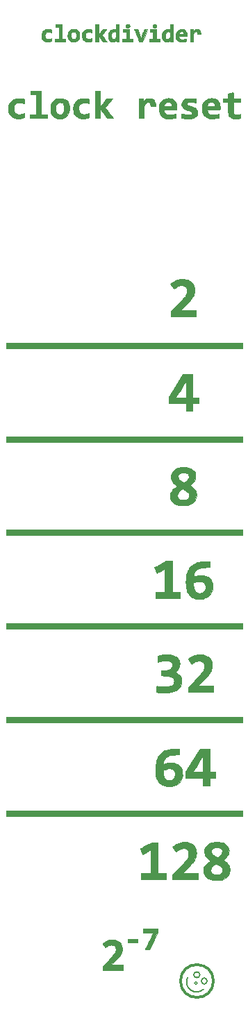
<source format=gts>
%TF.GenerationSoftware,KiCad,Pcbnew,(5.1.9)-1*%
%TF.CreationDate,2021-08-11T15:41:34+02:00*%
%TF.ProjectId,clockdiv-panel,636c6f63-6b64-4697-962d-70616e656c2e,rev?*%
%TF.SameCoordinates,Original*%
%TF.FileFunction,Soldermask,Top*%
%TF.FilePolarity,Negative*%
%FSLAX46Y46*%
G04 Gerber Fmt 4.6, Leading zero omitted, Abs format (unit mm)*
G04 Created by KiCad (PCBNEW (5.1.9)-1) date 2021-08-11 15:41:34*
%MOMM*%
%LPD*%
G01*
G04 APERTURE LIST*
%ADD10C,0.150000*%
%ADD11C,0.300000*%
%ADD12C,0.010000*%
G04 APERTURE END LIST*
D10*
X132334001Y-179324000D02*
G75*
G02*
X130410937Y-177906818I-813708J909183D01*
G01*
X131572001Y-178562000D02*
G75*
G03*
X131572001Y-178562000I-160644J0D01*
G01*
X132820210Y-178308000D02*
G75*
G03*
X132820210Y-178308000I-359210J0D01*
G01*
D11*
X133568261Y-178308000D02*
G75*
G03*
X133568261Y-178308000I-2000000J0D01*
G01*
D10*
X131909420Y-177546000D02*
G75*
G03*
X131909420Y-177546000I-359210J0D01*
G01*
D12*
%TO.C,Ref\u002A\u002A*%
G36*
X126477490Y-61583775D02*
G01*
X126551460Y-61626351D01*
X126608708Y-61699687D01*
X126618556Y-61720930D01*
X126637404Y-61814079D01*
X126619184Y-61899736D01*
X126569164Y-61970666D01*
X126492608Y-62019631D01*
X126394782Y-62039396D01*
X126386735Y-62039500D01*
X126319823Y-62035551D01*
X126274129Y-62017541D01*
X126229364Y-61976221D01*
X126216660Y-61961985D01*
X126174942Y-61909005D01*
X126157499Y-61864123D01*
X126157537Y-61806679D01*
X126159469Y-61788047D01*
X126187338Y-61695787D01*
X126241722Y-61627965D01*
X126313974Y-61585847D01*
X126395446Y-61570695D01*
X126477490Y-61583775D01*
G37*
X126477490Y-61583775D02*
X126551460Y-61626351D01*
X126608708Y-61699687D01*
X126618556Y-61720930D01*
X126637404Y-61814079D01*
X126619184Y-61899736D01*
X126569164Y-61970666D01*
X126492608Y-62019631D01*
X126394782Y-62039396D01*
X126386735Y-62039500D01*
X126319823Y-62035551D01*
X126274129Y-62017541D01*
X126229364Y-61976221D01*
X126216660Y-61961985D01*
X126174942Y-61909005D01*
X126157499Y-61864123D01*
X126157537Y-61806679D01*
X126159469Y-61788047D01*
X126187338Y-61695787D01*
X126241722Y-61627965D01*
X126313974Y-61585847D01*
X126395446Y-61570695D01*
X126477490Y-61583775D01*
G36*
X123195293Y-61582759D02*
G01*
X123269324Y-61624862D01*
X123326969Y-61697912D01*
X123337723Y-61720930D01*
X123356142Y-61813525D01*
X123337750Y-61899454D01*
X123288052Y-61970939D01*
X123212556Y-62020201D01*
X123116769Y-62039463D01*
X123112175Y-62039500D01*
X123046339Y-62034326D01*
X122996774Y-62012867D01*
X122943154Y-61966219D01*
X122941778Y-61964845D01*
X122897006Y-61916054D01*
X122877075Y-61875931D01*
X122874975Y-61825260D01*
X122878313Y-61790906D01*
X122906146Y-61697792D01*
X122960303Y-61629120D01*
X123032240Y-61586189D01*
X123113418Y-61570302D01*
X123195293Y-61582759D01*
G37*
X123195293Y-61582759D02*
X123269324Y-61624862D01*
X123326969Y-61697912D01*
X123337723Y-61720930D01*
X123356142Y-61813525D01*
X123337750Y-61899454D01*
X123288052Y-61970939D01*
X123212556Y-62020201D01*
X123116769Y-62039463D01*
X123112175Y-62039500D01*
X123046339Y-62034326D01*
X122996774Y-62012867D01*
X122943154Y-61966219D01*
X122941778Y-61964845D01*
X122897006Y-61916054D01*
X122877075Y-61875931D01*
X122874975Y-61825260D01*
X122878313Y-61790906D01*
X122906146Y-61697792D01*
X122960303Y-61629120D01*
X123032240Y-61586189D01*
X123113418Y-61570302D01*
X123195293Y-61582759D01*
G36*
X131636747Y-62184654D02*
G01*
X131757370Y-62227201D01*
X131762500Y-62230000D01*
X131852032Y-62302963D01*
X131922432Y-62408584D01*
X131970190Y-62540176D01*
X131990045Y-62663416D01*
X132001129Y-62801500D01*
X131619719Y-62801500D01*
X131609161Y-62691620D01*
X131595879Y-62613946D01*
X131569801Y-62561730D01*
X131541787Y-62532870D01*
X131494548Y-62499730D01*
X131455213Y-62484167D01*
X131452310Y-62484000D01*
X131382892Y-62501199D01*
X131303481Y-62547971D01*
X131224992Y-62617080D01*
X131188736Y-62658720D01*
X131106333Y-62762968D01*
X131106333Y-63711667D01*
X130725333Y-63711667D01*
X130725333Y-62208833D01*
X131064000Y-62208833D01*
X131064324Y-62267042D01*
X131071434Y-62332891D01*
X131092151Y-62358823D01*
X131126992Y-62345174D01*
X131150055Y-62323416D01*
X131249652Y-62245846D01*
X131371535Y-62195708D01*
X131504351Y-62174733D01*
X131636747Y-62184654D01*
G37*
X131636747Y-62184654D02*
X131757370Y-62227201D01*
X131762500Y-62230000D01*
X131852032Y-62302963D01*
X131922432Y-62408584D01*
X131970190Y-62540176D01*
X131990045Y-62663416D01*
X132001129Y-62801500D01*
X131619719Y-62801500D01*
X131609161Y-62691620D01*
X131595879Y-62613946D01*
X131569801Y-62561730D01*
X131541787Y-62532870D01*
X131494548Y-62499730D01*
X131455213Y-62484167D01*
X131452310Y-62484000D01*
X131382892Y-62501199D01*
X131303481Y-62547971D01*
X131224992Y-62617080D01*
X131188736Y-62658720D01*
X131106333Y-62762968D01*
X131106333Y-63711667D01*
X130725333Y-63711667D01*
X130725333Y-62208833D01*
X131064000Y-62208833D01*
X131064324Y-62267042D01*
X131071434Y-62332891D01*
X131092151Y-62358823D01*
X131126992Y-62345174D01*
X131150055Y-62323416D01*
X131249652Y-62245846D01*
X131371535Y-62195708D01*
X131504351Y-62174733D01*
X131636747Y-62184654D01*
G36*
X126597833Y-63415333D02*
G01*
X127044267Y-63415333D01*
X127038008Y-63558208D01*
X127031750Y-63701083D01*
X125751166Y-63712287D01*
X125751166Y-63415333D01*
X126216833Y-63415333D01*
X126216833Y-62505167D01*
X125814666Y-62505167D01*
X125814666Y-62208833D01*
X126597833Y-62208833D01*
X126597833Y-63415333D01*
G37*
X126597833Y-63415333D02*
X127044267Y-63415333D01*
X127038008Y-63558208D01*
X127031750Y-63701083D01*
X125751166Y-63712287D01*
X125751166Y-63415333D01*
X126216833Y-63415333D01*
X126216833Y-62505167D01*
X125814666Y-62505167D01*
X125814666Y-62208833D01*
X126597833Y-62208833D01*
X126597833Y-63415333D01*
G36*
X124239177Y-62209817D02*
G01*
X124302448Y-62213663D01*
X124339546Y-62221713D01*
X124358536Y-62235310D01*
X124364280Y-62245875D01*
X124381013Y-62289953D01*
X124408972Y-62365503D01*
X124445434Y-62465000D01*
X124487675Y-62580919D01*
X124532972Y-62705735D01*
X124578600Y-62831923D01*
X124621837Y-62951958D01*
X124659959Y-63058315D01*
X124690241Y-63143470D01*
X124709962Y-63199897D01*
X124714773Y-63214250D01*
X124733487Y-63260267D01*
X124747868Y-63273240D01*
X124751764Y-63267167D01*
X124767321Y-63220141D01*
X124793799Y-63144384D01*
X124828820Y-63046345D01*
X124870008Y-62932474D01*
X124914989Y-62809218D01*
X124961384Y-62683026D01*
X125006818Y-62560346D01*
X125048914Y-62447629D01*
X125085297Y-62351322D01*
X125113590Y-62277873D01*
X125131417Y-62233732D01*
X125136209Y-62223869D01*
X125162995Y-62217098D01*
X125221593Y-62213084D01*
X125301541Y-62212363D01*
X125342634Y-62213286D01*
X125533557Y-62219417D01*
X125242365Y-62960250D01*
X124951174Y-63701083D01*
X124740935Y-63707076D01*
X124530695Y-63713068D01*
X124300865Y-63135576D01*
X124238329Y-62978369D01*
X124177295Y-62824806D01*
X124120552Y-62681909D01*
X124070885Y-62556700D01*
X124031082Y-62456203D01*
X124003931Y-62387440D01*
X124002364Y-62383458D01*
X123933694Y-62208833D01*
X124141666Y-62208833D01*
X124239177Y-62209817D01*
G37*
X124239177Y-62209817D02*
X124302448Y-62213663D01*
X124339546Y-62221713D01*
X124358536Y-62235310D01*
X124364280Y-62245875D01*
X124381013Y-62289953D01*
X124408972Y-62365503D01*
X124445434Y-62465000D01*
X124487675Y-62580919D01*
X124532972Y-62705735D01*
X124578600Y-62831923D01*
X124621837Y-62951958D01*
X124659959Y-63058315D01*
X124690241Y-63143470D01*
X124709962Y-63199897D01*
X124714773Y-63214250D01*
X124733487Y-63260267D01*
X124747868Y-63273240D01*
X124751764Y-63267167D01*
X124767321Y-63220141D01*
X124793799Y-63144384D01*
X124828820Y-63046345D01*
X124870008Y-62932474D01*
X124914989Y-62809218D01*
X124961384Y-62683026D01*
X125006818Y-62560346D01*
X125048914Y-62447629D01*
X125085297Y-62351322D01*
X125113590Y-62277873D01*
X125131417Y-62233732D01*
X125136209Y-62223869D01*
X125162995Y-62217098D01*
X125221593Y-62213084D01*
X125301541Y-62212363D01*
X125342634Y-62213286D01*
X125533557Y-62219417D01*
X125242365Y-62960250D01*
X124951174Y-63701083D01*
X124740935Y-63707076D01*
X124530695Y-63713068D01*
X124300865Y-63135576D01*
X124238329Y-62978369D01*
X124177295Y-62824806D01*
X124120552Y-62681909D01*
X124070885Y-62556700D01*
X124031082Y-62456203D01*
X124003931Y-62387440D01*
X124002364Y-62383458D01*
X123933694Y-62208833D01*
X124141666Y-62208833D01*
X124239177Y-62209817D01*
G36*
X123317000Y-63415333D02*
G01*
X123763434Y-63415333D01*
X123750916Y-63701083D01*
X123110625Y-63706685D01*
X122470333Y-63712287D01*
X122470333Y-63415333D01*
X122936000Y-63415333D01*
X122936000Y-62505167D01*
X122533833Y-62505167D01*
X122533833Y-62208833D01*
X123317000Y-62208833D01*
X123317000Y-63415333D01*
G37*
X123317000Y-63415333D02*
X123763434Y-63415333D01*
X123750916Y-63701083D01*
X123110625Y-63706685D01*
X122470333Y-63712287D01*
X122470333Y-63415333D01*
X122936000Y-63415333D01*
X122936000Y-62505167D01*
X122533833Y-62505167D01*
X122533833Y-62208833D01*
X123317000Y-62208833D01*
X123317000Y-63415333D01*
G36*
X119581083Y-62804972D02*
G01*
X119824500Y-62507203D01*
X120067916Y-62209434D01*
X120295458Y-62209133D01*
X120387766Y-62210387D01*
X120461933Y-62214012D01*
X120509356Y-62219420D01*
X120522255Y-62224708D01*
X120508508Y-62244592D01*
X120470583Y-62290849D01*
X120412751Y-62358500D01*
X120339278Y-62442565D01*
X120254433Y-62538064D01*
X120236489Y-62558083D01*
X120150378Y-62655794D01*
X120075701Y-62743969D01*
X120016568Y-62817465D01*
X119977089Y-62871142D01*
X119961374Y-62899857D01*
X119961442Y-62902144D01*
X119977156Y-62925599D01*
X120015760Y-62976831D01*
X120073346Y-63050845D01*
X120146005Y-63142646D01*
X120229830Y-63247239D01*
X120278958Y-63308013D01*
X120366483Y-63416467D01*
X120444318Y-63513882D01*
X120508723Y-63595497D01*
X120555958Y-63656552D01*
X120582283Y-63692285D01*
X120586500Y-63699494D01*
X120566741Y-63704332D01*
X120513094Y-63708259D01*
X120433999Y-63710843D01*
X120348017Y-63711667D01*
X120109534Y-63711667D01*
X119845308Y-63352141D01*
X119581083Y-62992615D01*
X119575291Y-63352141D01*
X119569500Y-63711667D01*
X119389419Y-63711667D01*
X119288124Y-63708996D01*
X119225883Y-63700712D01*
X119199736Y-63686401D01*
X119199198Y-63685208D01*
X119197280Y-63659309D01*
X119195705Y-63595311D01*
X119194494Y-63497447D01*
X119193665Y-63369951D01*
X119193236Y-63217056D01*
X119193226Y-63042995D01*
X119193655Y-62852002D01*
X119194541Y-62648310D01*
X119194571Y-62642750D01*
X119200083Y-61626750D01*
X119569837Y-61614528D01*
X119581083Y-62804972D01*
G37*
X119581083Y-62804972D02*
X119824500Y-62507203D01*
X120067916Y-62209434D01*
X120295458Y-62209133D01*
X120387766Y-62210387D01*
X120461933Y-62214012D01*
X120509356Y-62219420D01*
X120522255Y-62224708D01*
X120508508Y-62244592D01*
X120470583Y-62290849D01*
X120412751Y-62358500D01*
X120339278Y-62442565D01*
X120254433Y-62538064D01*
X120236489Y-62558083D01*
X120150378Y-62655794D01*
X120075701Y-62743969D01*
X120016568Y-62817465D01*
X119977089Y-62871142D01*
X119961374Y-62899857D01*
X119961442Y-62902144D01*
X119977156Y-62925599D01*
X120015760Y-62976831D01*
X120073346Y-63050845D01*
X120146005Y-63142646D01*
X120229830Y-63247239D01*
X120278958Y-63308013D01*
X120366483Y-63416467D01*
X120444318Y-63513882D01*
X120508723Y-63595497D01*
X120555958Y-63656552D01*
X120582283Y-63692285D01*
X120586500Y-63699494D01*
X120566741Y-63704332D01*
X120513094Y-63708259D01*
X120433999Y-63710843D01*
X120348017Y-63711667D01*
X120109534Y-63711667D01*
X119845308Y-63352141D01*
X119581083Y-62992615D01*
X119575291Y-63352141D01*
X119569500Y-63711667D01*
X119389419Y-63711667D01*
X119288124Y-63708996D01*
X119225883Y-63700712D01*
X119199736Y-63686401D01*
X119199198Y-63685208D01*
X119197280Y-63659309D01*
X119195705Y-63595311D01*
X119194494Y-63497447D01*
X119193665Y-63369951D01*
X119193236Y-63217056D01*
X119193226Y-63042995D01*
X119193655Y-62852002D01*
X119194541Y-62648310D01*
X119194571Y-62642750D01*
X119200083Y-61626750D01*
X119569837Y-61614528D01*
X119581083Y-62804972D01*
G36*
X115125500Y-63415333D02*
G01*
X115548833Y-63415333D01*
X115548833Y-63711667D01*
X114278833Y-63711667D01*
X114278833Y-63415333D01*
X114744500Y-63415333D01*
X114744500Y-61912500D01*
X114319232Y-61912500D01*
X114331750Y-61626750D01*
X115125500Y-61615232D01*
X115125500Y-63415333D01*
G37*
X115125500Y-63415333D02*
X115548833Y-63415333D01*
X115548833Y-63711667D01*
X114278833Y-63711667D01*
X114278833Y-63415333D01*
X114744500Y-63415333D01*
X114744500Y-61912500D01*
X114319232Y-61912500D01*
X114331750Y-61626750D01*
X115125500Y-61615232D01*
X115125500Y-63415333D01*
G36*
X129788116Y-62180187D02*
G01*
X129915605Y-62204909D01*
X129964408Y-62223051D01*
X130100705Y-62305801D01*
X130207031Y-62417029D01*
X130281997Y-62553980D01*
X130324214Y-62713904D01*
X130332292Y-62894047D01*
X130328579Y-62944375D01*
X130317780Y-63055500D01*
X129833640Y-63055500D01*
X129671103Y-63055454D01*
X129546751Y-63056391D01*
X129456441Y-63059924D01*
X129396028Y-63067668D01*
X129361369Y-63081236D01*
X129348320Y-63102241D01*
X129352738Y-63132296D01*
X129370479Y-63173015D01*
X129397125Y-63225469D01*
X129444727Y-63302916D01*
X129502337Y-63360982D01*
X129574693Y-63400609D01*
X129666536Y-63422740D01*
X129782605Y-63428318D01*
X129927641Y-63418285D01*
X130106384Y-63393583D01*
X130180291Y-63381213D01*
X130259666Y-63367461D01*
X130259666Y-63664935D01*
X130074458Y-63698927D01*
X129937101Y-63718323D01*
X129793810Y-63728566D01*
X129656337Y-63729575D01*
X129536435Y-63721271D01*
X129445858Y-63703572D01*
X129444750Y-63703225D01*
X129293017Y-63637822D01*
X129172529Y-63546353D01*
X129081483Y-63426573D01*
X129018076Y-63276235D01*
X128985991Y-63132164D01*
X128973461Y-62940774D01*
X128994983Y-62759766D01*
X129002329Y-62736949D01*
X129370666Y-62736949D01*
X129372664Y-62754122D01*
X129383004Y-62766042D01*
X129408206Y-62773667D01*
X129454790Y-62777951D01*
X129529277Y-62779852D01*
X129638187Y-62780326D01*
X129666470Y-62780333D01*
X129962275Y-62780333D01*
X129949289Y-62711542D01*
X129911432Y-62600350D01*
X129847323Y-62521130D01*
X129759513Y-62475872D01*
X129650552Y-62466566D01*
X129637096Y-62467856D01*
X129542725Y-62496112D01*
X129461029Y-62552738D01*
X129401103Y-62628546D01*
X129372043Y-62714350D01*
X129370666Y-62736949D01*
X129002329Y-62736949D01*
X129048314Y-62594127D01*
X129131212Y-62448842D01*
X129241436Y-62328898D01*
X129376743Y-62239282D01*
X129390424Y-62232712D01*
X129509547Y-62194357D01*
X129647437Y-62176759D01*
X129788116Y-62180187D01*
G37*
X129788116Y-62180187D02*
X129915605Y-62204909D01*
X129964408Y-62223051D01*
X130100705Y-62305801D01*
X130207031Y-62417029D01*
X130281997Y-62553980D01*
X130324214Y-62713904D01*
X130332292Y-62894047D01*
X130328579Y-62944375D01*
X130317780Y-63055500D01*
X129833640Y-63055500D01*
X129671103Y-63055454D01*
X129546751Y-63056391D01*
X129456441Y-63059924D01*
X129396028Y-63067668D01*
X129361369Y-63081236D01*
X129348320Y-63102241D01*
X129352738Y-63132296D01*
X129370479Y-63173015D01*
X129397125Y-63225469D01*
X129444727Y-63302916D01*
X129502337Y-63360982D01*
X129574693Y-63400609D01*
X129666536Y-63422740D01*
X129782605Y-63428318D01*
X129927641Y-63418285D01*
X130106384Y-63393583D01*
X130180291Y-63381213D01*
X130259666Y-63367461D01*
X130259666Y-63664935D01*
X130074458Y-63698927D01*
X129937101Y-63718323D01*
X129793810Y-63728566D01*
X129656337Y-63729575D01*
X129536435Y-63721271D01*
X129445858Y-63703572D01*
X129444750Y-63703225D01*
X129293017Y-63637822D01*
X129172529Y-63546353D01*
X129081483Y-63426573D01*
X129018076Y-63276235D01*
X128985991Y-63132164D01*
X128973461Y-62940774D01*
X128994983Y-62759766D01*
X129002329Y-62736949D01*
X129370666Y-62736949D01*
X129372664Y-62754122D01*
X129383004Y-62766042D01*
X129408206Y-62773667D01*
X129454790Y-62777951D01*
X129529277Y-62779852D01*
X129638187Y-62780326D01*
X129666470Y-62780333D01*
X129962275Y-62780333D01*
X129949289Y-62711542D01*
X129911432Y-62600350D01*
X129847323Y-62521130D01*
X129759513Y-62475872D01*
X129650552Y-62466566D01*
X129637096Y-62467856D01*
X129542725Y-62496112D01*
X129461029Y-62552738D01*
X129401103Y-62628546D01*
X129372043Y-62714350D01*
X129370666Y-62736949D01*
X129002329Y-62736949D01*
X129048314Y-62594127D01*
X129131212Y-62448842D01*
X129241436Y-62328898D01*
X129376743Y-62239282D01*
X129390424Y-62232712D01*
X129509547Y-62194357D01*
X129647437Y-62176759D01*
X129788116Y-62180187D01*
G36*
X128640416Y-61626750D02*
G01*
X128640416Y-63701083D01*
X128476375Y-63707265D01*
X128312333Y-63713447D01*
X128312333Y-63520182D01*
X128205513Y-63604618D01*
X128070865Y-63687038D01*
X127928852Y-63728930D01*
X127783290Y-63729796D01*
X127637995Y-63689135D01*
X127620386Y-63681268D01*
X127510422Y-63612519D01*
X127425534Y-63518814D01*
X127364424Y-63397252D01*
X127325791Y-63244933D01*
X127308339Y-63058958D01*
X127307087Y-62987019D01*
X127694323Y-62987019D01*
X127700277Y-63119783D01*
X127717539Y-63219339D01*
X127748581Y-63293877D01*
X127795874Y-63351589D01*
X127807370Y-63361724D01*
X127886188Y-63406338D01*
X127968623Y-63409224D01*
X128049708Y-63375259D01*
X128100899Y-63335561D01*
X128160130Y-63277751D01*
X128192583Y-63240866D01*
X128270000Y-63146390D01*
X128270000Y-62828247D01*
X128270079Y-62700528D01*
X128267833Y-62609075D01*
X128259536Y-62547845D01*
X128241461Y-62510792D01*
X128209883Y-62491873D01*
X128161075Y-62485044D01*
X128091311Y-62484260D01*
X128057955Y-62484289D01*
X127937386Y-62501617D01*
X127840341Y-62553713D01*
X127767411Y-62639760D01*
X127719184Y-62758945D01*
X127696250Y-62910451D01*
X127694323Y-62987019D01*
X127307087Y-62987019D01*
X127306989Y-62981417D01*
X127307716Y-62870336D01*
X127311167Y-62790218D01*
X127319134Y-62729703D01*
X127333407Y-62677431D01*
X127355780Y-62622043D01*
X127367866Y-62595457D01*
X127447672Y-62463262D01*
X127552669Y-62350101D01*
X127673217Y-62265446D01*
X127730846Y-62238835D01*
X127801943Y-62217181D01*
X127885519Y-62204336D01*
X127993653Y-62198779D01*
X128053008Y-62198250D01*
X128269933Y-62198250D01*
X128269966Y-61906384D01*
X128270000Y-61614518D01*
X128640416Y-61626750D01*
G37*
X128640416Y-61626750D02*
X128640416Y-63701083D01*
X128476375Y-63707265D01*
X128312333Y-63713447D01*
X128312333Y-63520182D01*
X128205513Y-63604618D01*
X128070865Y-63687038D01*
X127928852Y-63728930D01*
X127783290Y-63729796D01*
X127637995Y-63689135D01*
X127620386Y-63681268D01*
X127510422Y-63612519D01*
X127425534Y-63518814D01*
X127364424Y-63397252D01*
X127325791Y-63244933D01*
X127308339Y-63058958D01*
X127307087Y-62987019D01*
X127694323Y-62987019D01*
X127700277Y-63119783D01*
X127717539Y-63219339D01*
X127748581Y-63293877D01*
X127795874Y-63351589D01*
X127807370Y-63361724D01*
X127886188Y-63406338D01*
X127968623Y-63409224D01*
X128049708Y-63375259D01*
X128100899Y-63335561D01*
X128160130Y-63277751D01*
X128192583Y-63240866D01*
X128270000Y-63146390D01*
X128270000Y-62828247D01*
X128270079Y-62700528D01*
X128267833Y-62609075D01*
X128259536Y-62547845D01*
X128241461Y-62510792D01*
X128209883Y-62491873D01*
X128161075Y-62485044D01*
X128091311Y-62484260D01*
X128057955Y-62484289D01*
X127937386Y-62501617D01*
X127840341Y-62553713D01*
X127767411Y-62639760D01*
X127719184Y-62758945D01*
X127696250Y-62910451D01*
X127694323Y-62987019D01*
X127307087Y-62987019D01*
X127306989Y-62981417D01*
X127307716Y-62870336D01*
X127311167Y-62790218D01*
X127319134Y-62729703D01*
X127333407Y-62677431D01*
X127355780Y-62622043D01*
X127367866Y-62595457D01*
X127447672Y-62463262D01*
X127552669Y-62350101D01*
X127673217Y-62265446D01*
X127730846Y-62238835D01*
X127801943Y-62217181D01*
X127885519Y-62204336D01*
X127993653Y-62198779D01*
X128053008Y-62198250D01*
X128269933Y-62198250D01*
X128269966Y-61906384D01*
X128270000Y-61614518D01*
X128640416Y-61626750D01*
G36*
X121893541Y-61620634D02*
G01*
X122078750Y-61626750D01*
X122078750Y-63701083D01*
X121750666Y-63713447D01*
X121750666Y-63520182D01*
X121643846Y-63604618D01*
X121509581Y-63687253D01*
X121369154Y-63729488D01*
X121226405Y-63730879D01*
X121085170Y-63690978D01*
X121049292Y-63673847D01*
X120935750Y-63591508D01*
X120846781Y-63476661D01*
X120783472Y-63332019D01*
X120746910Y-63160294D01*
X120738350Y-62967959D01*
X121136951Y-62967959D01*
X121141390Y-63104568D01*
X121155902Y-63207216D01*
X121182575Y-63283517D01*
X121223502Y-63341082D01*
X121244909Y-63361056D01*
X121323936Y-63406084D01*
X121406209Y-63409390D01*
X121488042Y-63375259D01*
X121539232Y-63335561D01*
X121598464Y-63277751D01*
X121630917Y-63240866D01*
X121708333Y-63146390D01*
X121708333Y-62828247D01*
X121708363Y-62700559D01*
X121706091Y-62609136D01*
X121697974Y-62547930D01*
X121680471Y-62510891D01*
X121650039Y-62491969D01*
X121603136Y-62485115D01*
X121536218Y-62484280D01*
X121506919Y-62484289D01*
X121389318Y-62498655D01*
X121296603Y-62545003D01*
X121222535Y-62627130D01*
X121195041Y-62674053D01*
X121165339Y-62736630D01*
X121147758Y-62794122D01*
X121139299Y-62861706D01*
X121136962Y-62954557D01*
X121136951Y-62967959D01*
X120738350Y-62967959D01*
X120738182Y-62964201D01*
X120740938Y-62904311D01*
X120767154Y-62720731D01*
X120821254Y-62565967D01*
X120905198Y-62435371D01*
X120965546Y-62371459D01*
X121057265Y-62296967D01*
X121152579Y-62245894D01*
X121261834Y-62214833D01*
X121395379Y-62200374D01*
X121491341Y-62198250D01*
X121708266Y-62198250D01*
X121708299Y-61906384D01*
X121708333Y-61614518D01*
X121893541Y-61620634D01*
G37*
X121893541Y-61620634D02*
X122078750Y-61626750D01*
X122078750Y-63701083D01*
X121750666Y-63713447D01*
X121750666Y-63520182D01*
X121643846Y-63604618D01*
X121509581Y-63687253D01*
X121369154Y-63729488D01*
X121226405Y-63730879D01*
X121085170Y-63690978D01*
X121049292Y-63673847D01*
X120935750Y-63591508D01*
X120846781Y-63476661D01*
X120783472Y-63332019D01*
X120746910Y-63160294D01*
X120738350Y-62967959D01*
X121136951Y-62967959D01*
X121141390Y-63104568D01*
X121155902Y-63207216D01*
X121182575Y-63283517D01*
X121223502Y-63341082D01*
X121244909Y-63361056D01*
X121323936Y-63406084D01*
X121406209Y-63409390D01*
X121488042Y-63375259D01*
X121539232Y-63335561D01*
X121598464Y-63277751D01*
X121630917Y-63240866D01*
X121708333Y-63146390D01*
X121708333Y-62828247D01*
X121708363Y-62700559D01*
X121706091Y-62609136D01*
X121697974Y-62547930D01*
X121680471Y-62510891D01*
X121650039Y-62491969D01*
X121603136Y-62485115D01*
X121536218Y-62484280D01*
X121506919Y-62484289D01*
X121389318Y-62498655D01*
X121296603Y-62545003D01*
X121222535Y-62627130D01*
X121195041Y-62674053D01*
X121165339Y-62736630D01*
X121147758Y-62794122D01*
X121139299Y-62861706D01*
X121136962Y-62954557D01*
X121136951Y-62967959D01*
X120738350Y-62967959D01*
X120738182Y-62964201D01*
X120740938Y-62904311D01*
X120767154Y-62720731D01*
X120821254Y-62565967D01*
X120905198Y-62435371D01*
X120965546Y-62371459D01*
X121057265Y-62296967D01*
X121152579Y-62245894D01*
X121261834Y-62214833D01*
X121395379Y-62200374D01*
X121491341Y-62198250D01*
X121708266Y-62198250D01*
X121708299Y-61906384D01*
X121708333Y-61614518D01*
X121893541Y-61620634D01*
G36*
X118564614Y-62198254D02*
G01*
X118624903Y-62208069D01*
X118745000Y-62233001D01*
X118745000Y-62413682D01*
X118744217Y-62500955D01*
X118740766Y-62553347D01*
X118732987Y-62578297D01*
X118719223Y-62583245D01*
X118707958Y-62579927D01*
X118549805Y-62531669D01*
X118399086Y-62511239D01*
X118263019Y-62518711D01*
X118148824Y-62554161D01*
X118114582Y-62573705D01*
X118038400Y-62638669D01*
X117987966Y-62719431D01*
X117960007Y-62823767D01*
X117951251Y-62959451D01*
X117951250Y-62961819D01*
X117952928Y-63052150D01*
X117960143Y-63114529D01*
X117976166Y-63163273D01*
X118004268Y-63212703D01*
X118010858Y-63222772D01*
X118093412Y-63310807D01*
X118201851Y-63367697D01*
X118332585Y-63392680D01*
X118482023Y-63384996D01*
X118621405Y-63352106D01*
X118690073Y-63330773D01*
X118740257Y-63315545D01*
X118760875Y-63309773D01*
X118763337Y-63329131D01*
X118765189Y-63380801D01*
X118766116Y-63454760D01*
X118766166Y-63478013D01*
X118766166Y-63646526D01*
X118655041Y-63680196D01*
X118561092Y-63700935D01*
X118444272Y-63715659D01*
X118319935Y-63723481D01*
X118203434Y-63723514D01*
X118110122Y-63714870D01*
X118097442Y-63712425D01*
X117926927Y-63658075D01*
X117787401Y-63574900D01*
X117678973Y-63463030D01*
X117601755Y-63322600D01*
X117555857Y-63153742D01*
X117543809Y-63045753D01*
X117548419Y-62846620D01*
X117587724Y-62669023D01*
X117660765Y-62514738D01*
X117766580Y-62385541D01*
X117904209Y-62283209D01*
X117975975Y-62246529D01*
X118062082Y-62219771D01*
X118176969Y-62200796D01*
X118307665Y-62190372D01*
X118441204Y-62189269D01*
X118564614Y-62198254D01*
G37*
X118564614Y-62198254D02*
X118624903Y-62208069D01*
X118745000Y-62233001D01*
X118745000Y-62413682D01*
X118744217Y-62500955D01*
X118740766Y-62553347D01*
X118732987Y-62578297D01*
X118719223Y-62583245D01*
X118707958Y-62579927D01*
X118549805Y-62531669D01*
X118399086Y-62511239D01*
X118263019Y-62518711D01*
X118148824Y-62554161D01*
X118114582Y-62573705D01*
X118038400Y-62638669D01*
X117987966Y-62719431D01*
X117960007Y-62823767D01*
X117951251Y-62959451D01*
X117951250Y-62961819D01*
X117952928Y-63052150D01*
X117960143Y-63114529D01*
X117976166Y-63163273D01*
X118004268Y-63212703D01*
X118010858Y-63222772D01*
X118093412Y-63310807D01*
X118201851Y-63367697D01*
X118332585Y-63392680D01*
X118482023Y-63384996D01*
X118621405Y-63352106D01*
X118690073Y-63330773D01*
X118740257Y-63315545D01*
X118760875Y-63309773D01*
X118763337Y-63329131D01*
X118765189Y-63380801D01*
X118766116Y-63454760D01*
X118766166Y-63478013D01*
X118766166Y-63646526D01*
X118655041Y-63680196D01*
X118561092Y-63700935D01*
X118444272Y-63715659D01*
X118319935Y-63723481D01*
X118203434Y-63723514D01*
X118110122Y-63714870D01*
X118097442Y-63712425D01*
X117926927Y-63658075D01*
X117787401Y-63574900D01*
X117678973Y-63463030D01*
X117601755Y-63322600D01*
X117555857Y-63153742D01*
X117543809Y-63045753D01*
X117548419Y-62846620D01*
X117587724Y-62669023D01*
X117660765Y-62514738D01*
X117766580Y-62385541D01*
X117904209Y-62283209D01*
X117975975Y-62246529D01*
X118062082Y-62219771D01*
X118176969Y-62200796D01*
X118307665Y-62190372D01*
X118441204Y-62189269D01*
X118564614Y-62198254D01*
G36*
X116773905Y-62204355D02*
G01*
X116924710Y-62263313D01*
X117045293Y-62344005D01*
X117122761Y-62434069D01*
X117184617Y-62555352D01*
X117228489Y-62698860D01*
X117252002Y-62855603D01*
X117252785Y-63016589D01*
X117243844Y-63096291D01*
X117198214Y-63278375D01*
X117122746Y-63432869D01*
X117018689Y-63557900D01*
X116887293Y-63651595D01*
X116866195Y-63662394D01*
X116796426Y-63692813D01*
X116729373Y-63711522D01*
X116649447Y-63721722D01*
X116555435Y-63726222D01*
X116398683Y-63723373D01*
X116275688Y-63704282D01*
X116252479Y-63697811D01*
X116131985Y-63641687D01*
X116019859Y-63554039D01*
X115928428Y-63445490D01*
X115896501Y-63391046D01*
X115840939Y-63242394D01*
X115813188Y-63078188D01*
X115812461Y-62960250D01*
X116205929Y-62960250D01*
X116218276Y-63116680D01*
X116255549Y-63239313D01*
X116318092Y-63328820D01*
X116406254Y-63385871D01*
X116430267Y-63394496D01*
X116516186Y-63406089D01*
X116611061Y-63395955D01*
X116693772Y-63367031D01*
X116713000Y-63355170D01*
X116773819Y-63296971D01*
X116815489Y-63219649D01*
X116840178Y-63116634D01*
X116850059Y-62981358D01*
X116850469Y-62939083D01*
X116845972Y-62807478D01*
X116830693Y-62709489D01*
X116801709Y-62637136D01*
X116756094Y-62582436D01*
X116706680Y-62546643D01*
X116613836Y-62510776D01*
X116511449Y-62504020D01*
X116414557Y-62525701D01*
X116351778Y-62562499D01*
X116279742Y-62641369D01*
X116233417Y-62738549D01*
X116210073Y-62861478D01*
X116205929Y-62960250D01*
X115812461Y-62960250D01*
X115812136Y-62907587D01*
X115836671Y-62739750D01*
X115885679Y-62583837D01*
X115958048Y-62449009D01*
X116020035Y-62374042D01*
X116143730Y-62278967D01*
X116289083Y-62214223D01*
X116447974Y-62180048D01*
X116612288Y-62176679D01*
X116773905Y-62204355D01*
G37*
X116773905Y-62204355D02*
X116924710Y-62263313D01*
X117045293Y-62344005D01*
X117122761Y-62434069D01*
X117184617Y-62555352D01*
X117228489Y-62698860D01*
X117252002Y-62855603D01*
X117252785Y-63016589D01*
X117243844Y-63096291D01*
X117198214Y-63278375D01*
X117122746Y-63432869D01*
X117018689Y-63557900D01*
X116887293Y-63651595D01*
X116866195Y-63662394D01*
X116796426Y-63692813D01*
X116729373Y-63711522D01*
X116649447Y-63721722D01*
X116555435Y-63726222D01*
X116398683Y-63723373D01*
X116275688Y-63704282D01*
X116252479Y-63697811D01*
X116131985Y-63641687D01*
X116019859Y-63554039D01*
X115928428Y-63445490D01*
X115896501Y-63391046D01*
X115840939Y-63242394D01*
X115813188Y-63078188D01*
X115812461Y-62960250D01*
X116205929Y-62960250D01*
X116218276Y-63116680D01*
X116255549Y-63239313D01*
X116318092Y-63328820D01*
X116406254Y-63385871D01*
X116430267Y-63394496D01*
X116516186Y-63406089D01*
X116611061Y-63395955D01*
X116693772Y-63367031D01*
X116713000Y-63355170D01*
X116773819Y-63296971D01*
X116815489Y-63219649D01*
X116840178Y-63116634D01*
X116850059Y-62981358D01*
X116850469Y-62939083D01*
X116845972Y-62807478D01*
X116830693Y-62709489D01*
X116801709Y-62637136D01*
X116756094Y-62582436D01*
X116706680Y-62546643D01*
X116613836Y-62510776D01*
X116511449Y-62504020D01*
X116414557Y-62525701D01*
X116351778Y-62562499D01*
X116279742Y-62641369D01*
X116233417Y-62738549D01*
X116210073Y-62861478D01*
X116205929Y-62960250D01*
X115812461Y-62960250D01*
X115812136Y-62907587D01*
X115836671Y-62739750D01*
X115885679Y-62583837D01*
X115958048Y-62449009D01*
X116020035Y-62374042D01*
X116143730Y-62278967D01*
X116289083Y-62214223D01*
X116447974Y-62180048D01*
X116612288Y-62176679D01*
X116773905Y-62204355D01*
G36*
X113605158Y-62194127D02*
G01*
X113712877Y-62207660D01*
X113727458Y-62210587D01*
X113834333Y-62233508D01*
X113834333Y-62414139D01*
X113833511Y-62501568D01*
X113829940Y-62554233D01*
X113821964Y-62579692D01*
X113807928Y-62585501D01*
X113797291Y-62583142D01*
X113643789Y-62539031D01*
X113520359Y-62513661D01*
X113419446Y-62506385D01*
X113333489Y-62516554D01*
X113268219Y-62537724D01*
X113175239Y-62588064D01*
X113109654Y-62654883D01*
X113073057Y-62716833D01*
X113030538Y-62839592D01*
X113019499Y-62966649D01*
X113037467Y-63090078D01*
X113081969Y-63201953D01*
X113150531Y-63294348D01*
X113240681Y-63359334D01*
X113278297Y-63374611D01*
X113354607Y-63387908D01*
X113456240Y-63389791D01*
X113568051Y-63381264D01*
X113674892Y-63363332D01*
X113744375Y-63343700D01*
X113834333Y-63311378D01*
X113834333Y-63477204D01*
X113833602Y-63560563D01*
X113829357Y-63611571D01*
X113818517Y-63640210D01*
X113798004Y-63656459D01*
X113776125Y-63665852D01*
X113640839Y-63703981D01*
X113483919Y-63724623D01*
X113322736Y-63726754D01*
X113174656Y-63709349D01*
X113146416Y-63703009D01*
X112980433Y-63643737D01*
X112845804Y-63556062D01*
X112742682Y-63440192D01*
X112671221Y-63296339D01*
X112631576Y-63124710D01*
X112622856Y-62990709D01*
X112638256Y-62794940D01*
X112687058Y-62622844D01*
X112768089Y-62476155D01*
X112880176Y-62356606D01*
X113022148Y-62265932D01*
X113144966Y-62218675D01*
X113234652Y-62201150D01*
X113351165Y-62191079D01*
X113479627Y-62188669D01*
X113605158Y-62194127D01*
G37*
X113605158Y-62194127D02*
X113712877Y-62207660D01*
X113727458Y-62210587D01*
X113834333Y-62233508D01*
X113834333Y-62414139D01*
X113833511Y-62501568D01*
X113829940Y-62554233D01*
X113821964Y-62579692D01*
X113807928Y-62585501D01*
X113797291Y-62583142D01*
X113643789Y-62539031D01*
X113520359Y-62513661D01*
X113419446Y-62506385D01*
X113333489Y-62516554D01*
X113268219Y-62537724D01*
X113175239Y-62588064D01*
X113109654Y-62654883D01*
X113073057Y-62716833D01*
X113030538Y-62839592D01*
X113019499Y-62966649D01*
X113037467Y-63090078D01*
X113081969Y-63201953D01*
X113150531Y-63294348D01*
X113240681Y-63359334D01*
X113278297Y-63374611D01*
X113354607Y-63387908D01*
X113456240Y-63389791D01*
X113568051Y-63381264D01*
X113674892Y-63363332D01*
X113744375Y-63343700D01*
X113834333Y-63311378D01*
X113834333Y-63477204D01*
X113833602Y-63560563D01*
X113829357Y-63611571D01*
X113818517Y-63640210D01*
X113798004Y-63656459D01*
X113776125Y-63665852D01*
X113640839Y-63703981D01*
X113483919Y-63724623D01*
X113322736Y-63726754D01*
X113174656Y-63709349D01*
X113146416Y-63703009D01*
X112980433Y-63643737D01*
X112845804Y-63556062D01*
X112742682Y-63440192D01*
X112671221Y-63296339D01*
X112631576Y-63124710D01*
X112622856Y-62990709D01*
X112638256Y-62794940D01*
X112687058Y-62622844D01*
X112768089Y-62476155D01*
X112880176Y-62356606D01*
X113022148Y-62265932D01*
X113144966Y-62218675D01*
X113234652Y-62201150D01*
X113351165Y-62191079D01*
X113479627Y-62188669D01*
X113605158Y-62194127D01*
G36*
X125862314Y-70623677D02*
G01*
X125942381Y-70627967D01*
X126001697Y-70636968D01*
X126051037Y-70652196D01*
X126091946Y-70670558D01*
X126218822Y-70750199D01*
X126320407Y-70853317D01*
X126398558Y-70983359D01*
X126455131Y-71143773D01*
X126491984Y-71338004D01*
X126502180Y-71432208D01*
X126517572Y-71606833D01*
X125925968Y-71606833D01*
X125911138Y-71474542D01*
X125883773Y-71327679D01*
X125838930Y-71219183D01*
X125776658Y-71149153D01*
X125742137Y-71129868D01*
X125679878Y-71108987D01*
X125625901Y-71098982D01*
X125620946Y-71098833D01*
X125540724Y-71116343D01*
X125446896Y-71165177D01*
X125346656Y-71239792D01*
X125247204Y-71334644D01*
X125155737Y-71444188D01*
X125135070Y-71473064D01*
X125073833Y-71561544D01*
X125073833Y-73046167D01*
X124481166Y-73046167D01*
X124481166Y-70654333D01*
X125004794Y-70654333D01*
X125017914Y-70733708D01*
X125027170Y-70812818D01*
X125031260Y-70893295D01*
X125031267Y-70894747D01*
X125031500Y-70976412D01*
X125128129Y-70868936D01*
X125246557Y-70763818D01*
X125365809Y-70692022D01*
X125429376Y-70661878D01*
X125481734Y-70642009D01*
X125534714Y-70630283D01*
X125600146Y-70624565D01*
X125689861Y-70622720D01*
X125750721Y-70622583D01*
X125862314Y-70623677D01*
G37*
X125862314Y-70623677D02*
X125942381Y-70627967D01*
X126001697Y-70636968D01*
X126051037Y-70652196D01*
X126091946Y-70670558D01*
X126218822Y-70750199D01*
X126320407Y-70853317D01*
X126398558Y-70983359D01*
X126455131Y-71143773D01*
X126491984Y-71338004D01*
X126502180Y-71432208D01*
X126517572Y-71606833D01*
X125925968Y-71606833D01*
X125911138Y-71474542D01*
X125883773Y-71327679D01*
X125838930Y-71219183D01*
X125776658Y-71149153D01*
X125742137Y-71129868D01*
X125679878Y-71108987D01*
X125625901Y-71098982D01*
X125620946Y-71098833D01*
X125540724Y-71116343D01*
X125446896Y-71165177D01*
X125346656Y-71239792D01*
X125247204Y-71334644D01*
X125155737Y-71444188D01*
X125135070Y-71473064D01*
X125073833Y-71561544D01*
X125073833Y-73046167D01*
X124481166Y-73046167D01*
X124481166Y-70654333D01*
X125004794Y-70654333D01*
X125017914Y-70733708D01*
X125027170Y-70812818D01*
X125031260Y-70893295D01*
X125031267Y-70894747D01*
X125031500Y-70976412D01*
X125128129Y-70868936D01*
X125246557Y-70763818D01*
X125365809Y-70692022D01*
X125429376Y-70661878D01*
X125481734Y-70642009D01*
X125534714Y-70630283D01*
X125600146Y-70624565D01*
X125689861Y-70622720D01*
X125750721Y-70622583D01*
X125862314Y-70623677D01*
G36*
X119739833Y-71630469D02*
G01*
X120143253Y-71142401D01*
X120546674Y-70654333D01*
X120905253Y-70654333D01*
X121023118Y-70655225D01*
X121124692Y-70657695D01*
X121203089Y-70661437D01*
X121251426Y-70666144D01*
X121263833Y-70670302D01*
X121250255Y-70689369D01*
X121211710Y-70736165D01*
X121151479Y-70806889D01*
X121072846Y-70897743D01*
X120979092Y-71004926D01*
X120873499Y-71124639D01*
X120794976Y-71213096D01*
X120667507Y-71356583D01*
X120565732Y-71472015D01*
X120487020Y-71562800D01*
X120428741Y-71632345D01*
X120388264Y-71684058D01*
X120362959Y-71721346D01*
X120350195Y-71747617D01*
X120347342Y-71766278D01*
X120351770Y-71780737D01*
X120353915Y-71784430D01*
X120373318Y-71810763D01*
X120416199Y-71865949D01*
X120479359Y-71945968D01*
X120559601Y-72046803D01*
X120653727Y-72164434D01*
X120758539Y-72294842D01*
X120865105Y-72426914D01*
X120975683Y-72563999D01*
X121077365Y-72690624D01*
X121167185Y-72803052D01*
X121242175Y-72897544D01*
X121299369Y-72970361D01*
X121335799Y-73017766D01*
X121348500Y-73036006D01*
X121328446Y-73039241D01*
X121272718Y-73041477D01*
X121187966Y-73042619D01*
X121080837Y-73042576D01*
X120964322Y-73041352D01*
X120580145Y-73035583D01*
X120165280Y-72473254D01*
X119750416Y-71910926D01*
X119744784Y-72478546D01*
X119739152Y-73046167D01*
X119147166Y-73046167D01*
X119147166Y-69723000D01*
X119739833Y-69723000D01*
X119739833Y-71630469D01*
G37*
X119739833Y-71630469D02*
X120143253Y-71142401D01*
X120546674Y-70654333D01*
X120905253Y-70654333D01*
X121023118Y-70655225D01*
X121124692Y-70657695D01*
X121203089Y-70661437D01*
X121251426Y-70666144D01*
X121263833Y-70670302D01*
X121250255Y-70689369D01*
X121211710Y-70736165D01*
X121151479Y-70806889D01*
X121072846Y-70897743D01*
X120979092Y-71004926D01*
X120873499Y-71124639D01*
X120794976Y-71213096D01*
X120667507Y-71356583D01*
X120565732Y-71472015D01*
X120487020Y-71562800D01*
X120428741Y-71632345D01*
X120388264Y-71684058D01*
X120362959Y-71721346D01*
X120350195Y-71747617D01*
X120347342Y-71766278D01*
X120351770Y-71780737D01*
X120353915Y-71784430D01*
X120373318Y-71810763D01*
X120416199Y-71865949D01*
X120479359Y-71945968D01*
X120559601Y-72046803D01*
X120653727Y-72164434D01*
X120758539Y-72294842D01*
X120865105Y-72426914D01*
X120975683Y-72563999D01*
X121077365Y-72690624D01*
X121167185Y-72803052D01*
X121242175Y-72897544D01*
X121299369Y-72970361D01*
X121335799Y-73017766D01*
X121348500Y-73036006D01*
X121328446Y-73039241D01*
X121272718Y-73041477D01*
X121187966Y-73042619D01*
X121080837Y-73042576D01*
X120964322Y-73041352D01*
X120580145Y-73035583D01*
X120165280Y-72473254D01*
X119750416Y-71910926D01*
X119744784Y-72478546D01*
X119739152Y-73046167D01*
X119147166Y-73046167D01*
X119147166Y-69723000D01*
X119739833Y-69723000D01*
X119739833Y-71630469D01*
G36*
X112585500Y-72580500D02*
G01*
X113284000Y-72580500D01*
X113284000Y-73046167D01*
X111230833Y-73046167D01*
X111230833Y-72580500D01*
X111992833Y-72580500D01*
X111992833Y-70188667D01*
X111315500Y-70188667D01*
X111315500Y-69723000D01*
X112585500Y-69723000D01*
X112585500Y-72580500D01*
G37*
X112585500Y-72580500D02*
X113284000Y-72580500D01*
X113284000Y-73046167D01*
X111230833Y-73046167D01*
X111230833Y-72580500D01*
X111992833Y-72580500D01*
X111992833Y-70188667D01*
X111315500Y-70188667D01*
X111315500Y-69723000D01*
X112585500Y-69723000D01*
X112585500Y-72580500D01*
G36*
X117975318Y-70630861D02*
G01*
X118082007Y-70643060D01*
X118184420Y-70656786D01*
X118268240Y-70670023D01*
X118305791Y-70677371D01*
X118406333Y-70700095D01*
X118406333Y-70986395D01*
X118405941Y-71101264D01*
X118404203Y-71179995D01*
X118400274Y-71228785D01*
X118393313Y-71253825D01*
X118382475Y-71261310D01*
X118369291Y-71258384D01*
X118145238Y-71183752D01*
X117941582Y-71140493D01*
X117760625Y-71128934D01*
X117604806Y-71149369D01*
X117445845Y-71208484D01*
X117317904Y-71296384D01*
X117221047Y-71412975D01*
X117155341Y-71558163D01*
X117120850Y-71731857D01*
X117115166Y-71850250D01*
X117130939Y-72040744D01*
X117178163Y-72203127D01*
X117256697Y-72337195D01*
X117366398Y-72442747D01*
X117507124Y-72519579D01*
X117605951Y-72551694D01*
X117683117Y-72568850D01*
X117751653Y-72575651D01*
X117828850Y-72572675D01*
X117919500Y-72562185D01*
X118066908Y-72536682D01*
X118216375Y-72500740D01*
X118349180Y-72459089D01*
X118390458Y-72443133D01*
X118405840Y-72439869D01*
X118416270Y-72449375D01*
X118422699Y-72478031D01*
X118426075Y-72532219D01*
X118427349Y-72618323D01*
X118427500Y-72692084D01*
X118427500Y-72956364D01*
X118369291Y-72979698D01*
X118238187Y-73020488D01*
X118077920Y-73052132D01*
X117900853Y-73073708D01*
X117719348Y-73084294D01*
X117545769Y-73082969D01*
X117392479Y-73068813D01*
X117329603Y-73057160D01*
X117119942Y-72989918D01*
X116936243Y-72889760D01*
X116780110Y-72758140D01*
X116653147Y-72596512D01*
X116556959Y-72406331D01*
X116530695Y-72332778D01*
X116510501Y-72242816D01*
X116495908Y-72123155D01*
X116487272Y-71986104D01*
X116484950Y-71843971D01*
X116489299Y-71709063D01*
X116500675Y-71593690D01*
X116508074Y-71551927D01*
X116573497Y-71336238D01*
X116671365Y-71146428D01*
X116799693Y-70983743D01*
X116956499Y-70849427D01*
X117139799Y-70744727D01*
X117347612Y-70670885D01*
X117577952Y-70629148D01*
X117828839Y-70620761D01*
X117975318Y-70630861D01*
G37*
X117975318Y-70630861D02*
X118082007Y-70643060D01*
X118184420Y-70656786D01*
X118268240Y-70670023D01*
X118305791Y-70677371D01*
X118406333Y-70700095D01*
X118406333Y-70986395D01*
X118405941Y-71101264D01*
X118404203Y-71179995D01*
X118400274Y-71228785D01*
X118393313Y-71253825D01*
X118382475Y-71261310D01*
X118369291Y-71258384D01*
X118145238Y-71183752D01*
X117941582Y-71140493D01*
X117760625Y-71128934D01*
X117604806Y-71149369D01*
X117445845Y-71208484D01*
X117317904Y-71296384D01*
X117221047Y-71412975D01*
X117155341Y-71558163D01*
X117120850Y-71731857D01*
X117115166Y-71850250D01*
X117130939Y-72040744D01*
X117178163Y-72203127D01*
X117256697Y-72337195D01*
X117366398Y-72442747D01*
X117507124Y-72519579D01*
X117605951Y-72551694D01*
X117683117Y-72568850D01*
X117751653Y-72575651D01*
X117828850Y-72572675D01*
X117919500Y-72562185D01*
X118066908Y-72536682D01*
X118216375Y-72500740D01*
X118349180Y-72459089D01*
X118390458Y-72443133D01*
X118405840Y-72439869D01*
X118416270Y-72449375D01*
X118422699Y-72478031D01*
X118426075Y-72532219D01*
X118427349Y-72618323D01*
X118427500Y-72692084D01*
X118427500Y-72956364D01*
X118369291Y-72979698D01*
X118238187Y-73020488D01*
X118077920Y-73052132D01*
X117900853Y-73073708D01*
X117719348Y-73084294D01*
X117545769Y-73082969D01*
X117392479Y-73068813D01*
X117329603Y-73057160D01*
X117119942Y-72989918D01*
X116936243Y-72889760D01*
X116780110Y-72758140D01*
X116653147Y-72596512D01*
X116556959Y-72406331D01*
X116530695Y-72332778D01*
X116510501Y-72242816D01*
X116495908Y-72123155D01*
X116487272Y-71986104D01*
X116484950Y-71843971D01*
X116489299Y-71709063D01*
X116500675Y-71593690D01*
X116508074Y-71551927D01*
X116573497Y-71336238D01*
X116671365Y-71146428D01*
X116799693Y-70983743D01*
X116956499Y-70849427D01*
X117139799Y-70744727D01*
X117347612Y-70670885D01*
X117577952Y-70629148D01*
X117828839Y-70620761D01*
X117975318Y-70630861D01*
G36*
X110225454Y-70643634D02*
G01*
X110400041Y-70675874D01*
X110511166Y-70700174D01*
X110511166Y-70984170D01*
X110509873Y-71088275D01*
X110506330Y-71175239D01*
X110501039Y-71237325D01*
X110494504Y-71266799D01*
X110492690Y-71268167D01*
X110463938Y-71260193D01*
X110411367Y-71239887D01*
X110377835Y-71225534D01*
X110313952Y-71203287D01*
X110223187Y-71179252D01*
X110120623Y-71157215D01*
X110069467Y-71148103D01*
X109969081Y-71132524D01*
X109896797Y-71124820D01*
X109839126Y-71124976D01*
X109782579Y-71132974D01*
X109718254Y-71147662D01*
X109557428Y-71204891D01*
X109428268Y-71289657D01*
X109330428Y-71402446D01*
X109263563Y-71543747D01*
X109227326Y-71714046D01*
X109220000Y-71850250D01*
X109235087Y-72041055D01*
X109280588Y-72202561D01*
X109356863Y-72335281D01*
X109464272Y-72439729D01*
X109603172Y-72516418D01*
X109710784Y-72551694D01*
X109787950Y-72568850D01*
X109856487Y-72575651D01*
X109933683Y-72572675D01*
X110024333Y-72562185D01*
X110171742Y-72536682D01*
X110321208Y-72500740D01*
X110454014Y-72459089D01*
X110495291Y-72443133D01*
X110510673Y-72439869D01*
X110521103Y-72449375D01*
X110527532Y-72478031D01*
X110530909Y-72532219D01*
X110532182Y-72618323D01*
X110532333Y-72692084D01*
X110532333Y-72956364D01*
X110474125Y-72979698D01*
X110343021Y-73020488D01*
X110182753Y-73052132D01*
X110005686Y-73073708D01*
X109824181Y-73084294D01*
X109650602Y-73082969D01*
X109497312Y-73068813D01*
X109434436Y-73057160D01*
X109226058Y-72990142D01*
X109042677Y-72890311D01*
X108886665Y-72759977D01*
X108760390Y-72601450D01*
X108666221Y-72417038D01*
X108617542Y-72260817D01*
X108598936Y-72145968D01*
X108588664Y-72004746D01*
X108586722Y-71852284D01*
X108593104Y-71703712D01*
X108607805Y-71574163D01*
X108617790Y-71523286D01*
X108687267Y-71312044D01*
X108788760Y-71126930D01*
X108920242Y-70968907D01*
X109079688Y-70838939D01*
X109265072Y-70737989D01*
X109474366Y-70667019D01*
X109705546Y-70626995D01*
X109956583Y-70618879D01*
X110225454Y-70643634D01*
G37*
X110225454Y-70643634D02*
X110400041Y-70675874D01*
X110511166Y-70700174D01*
X110511166Y-70984170D01*
X110509873Y-71088275D01*
X110506330Y-71175239D01*
X110501039Y-71237325D01*
X110494504Y-71266799D01*
X110492690Y-71268167D01*
X110463938Y-71260193D01*
X110411367Y-71239887D01*
X110377835Y-71225534D01*
X110313952Y-71203287D01*
X110223187Y-71179252D01*
X110120623Y-71157215D01*
X110069467Y-71148103D01*
X109969081Y-71132524D01*
X109896797Y-71124820D01*
X109839126Y-71124976D01*
X109782579Y-71132974D01*
X109718254Y-71147662D01*
X109557428Y-71204891D01*
X109428268Y-71289657D01*
X109330428Y-71402446D01*
X109263563Y-71543747D01*
X109227326Y-71714046D01*
X109220000Y-71850250D01*
X109235087Y-72041055D01*
X109280588Y-72202561D01*
X109356863Y-72335281D01*
X109464272Y-72439729D01*
X109603172Y-72516418D01*
X109710784Y-72551694D01*
X109787950Y-72568850D01*
X109856487Y-72575651D01*
X109933683Y-72572675D01*
X110024333Y-72562185D01*
X110171742Y-72536682D01*
X110321208Y-72500740D01*
X110454014Y-72459089D01*
X110495291Y-72443133D01*
X110510673Y-72439869D01*
X110521103Y-72449375D01*
X110527532Y-72478031D01*
X110530909Y-72532219D01*
X110532182Y-72618323D01*
X110532333Y-72692084D01*
X110532333Y-72956364D01*
X110474125Y-72979698D01*
X110343021Y-73020488D01*
X110182753Y-73052132D01*
X110005686Y-73073708D01*
X109824181Y-73084294D01*
X109650602Y-73082969D01*
X109497312Y-73068813D01*
X109434436Y-73057160D01*
X109226058Y-72990142D01*
X109042677Y-72890311D01*
X108886665Y-72759977D01*
X108760390Y-72601450D01*
X108666221Y-72417038D01*
X108617542Y-72260817D01*
X108598936Y-72145968D01*
X108588664Y-72004746D01*
X108586722Y-71852284D01*
X108593104Y-71703712D01*
X108607805Y-71574163D01*
X108617790Y-71523286D01*
X108687267Y-71312044D01*
X108788760Y-71126930D01*
X108920242Y-70968907D01*
X109079688Y-70838939D01*
X109265072Y-70737989D01*
X109474366Y-70667019D01*
X109705546Y-70626995D01*
X109956583Y-70618879D01*
X110225454Y-70643634D01*
G36*
X135958004Y-69902897D02*
G01*
X135965220Y-69931136D01*
X135970168Y-69986214D01*
X135973161Y-70072548D01*
X135974510Y-70194555D01*
X135974666Y-70271069D01*
X135974666Y-70654333D01*
X136884833Y-70654333D01*
X136884833Y-71120000D01*
X135974666Y-71120000D01*
X135974666Y-71750038D01*
X135974861Y-71932039D01*
X135975631Y-72076716D01*
X135977256Y-72189080D01*
X135980015Y-72274139D01*
X135984187Y-72336903D01*
X135990052Y-72382381D01*
X135997888Y-72415583D01*
X136007975Y-72441518D01*
X136013855Y-72453149D01*
X136060870Y-72525082D01*
X136116624Y-72573077D01*
X136190769Y-72601980D01*
X136292960Y-72616638D01*
X136345573Y-72619671D01*
X136505490Y-72616968D01*
X136664457Y-72598076D01*
X136690107Y-72593212D01*
X136769721Y-72577405D01*
X136832552Y-72565534D01*
X136867728Y-72559637D01*
X136871070Y-72559333D01*
X136876616Y-72579070D01*
X136881093Y-72632567D01*
X136883991Y-72711254D01*
X136884833Y-72790740D01*
X136884063Y-72893810D01*
X136880988Y-72962085D01*
X136874457Y-73003086D01*
X136863320Y-73024337D01*
X136847791Y-73032977D01*
X136741914Y-73056794D01*
X136608361Y-73076352D01*
X136460071Y-73090753D01*
X136309979Y-73099103D01*
X136171022Y-73100503D01*
X136056138Y-73094058D01*
X136025195Y-73089974D01*
X135877916Y-73059341D01*
X135760343Y-73016813D01*
X135660306Y-72956708D01*
X135569299Y-72877019D01*
X135521165Y-72827719D01*
X135481690Y-72782200D01*
X135449958Y-72735726D01*
X135425057Y-72683564D01*
X135406070Y-72620980D01*
X135392084Y-72543239D01*
X135382185Y-72445606D01*
X135375458Y-72323349D01*
X135370989Y-72171732D01*
X135367863Y-71986022D01*
X135365876Y-71823792D01*
X135357793Y-71120000D01*
X134725833Y-71120000D01*
X134725833Y-70654333D01*
X135360833Y-70654333D01*
X135360833Y-70049762D01*
X135641291Y-69978060D01*
X135746083Y-69951093D01*
X135837121Y-69927335D01*
X135906015Y-69909001D01*
X135944369Y-69898304D01*
X135948208Y-69897081D01*
X135958004Y-69902897D01*
G37*
X135958004Y-69902897D02*
X135965220Y-69931136D01*
X135970168Y-69986214D01*
X135973161Y-70072548D01*
X135974510Y-70194555D01*
X135974666Y-70271069D01*
X135974666Y-70654333D01*
X136884833Y-70654333D01*
X136884833Y-71120000D01*
X135974666Y-71120000D01*
X135974666Y-71750038D01*
X135974861Y-71932039D01*
X135975631Y-72076716D01*
X135977256Y-72189080D01*
X135980015Y-72274139D01*
X135984187Y-72336903D01*
X135990052Y-72382381D01*
X135997888Y-72415583D01*
X136007975Y-72441518D01*
X136013855Y-72453149D01*
X136060870Y-72525082D01*
X136116624Y-72573077D01*
X136190769Y-72601980D01*
X136292960Y-72616638D01*
X136345573Y-72619671D01*
X136505490Y-72616968D01*
X136664457Y-72598076D01*
X136690107Y-72593212D01*
X136769721Y-72577405D01*
X136832552Y-72565534D01*
X136867728Y-72559637D01*
X136871070Y-72559333D01*
X136876616Y-72579070D01*
X136881093Y-72632567D01*
X136883991Y-72711254D01*
X136884833Y-72790740D01*
X136884063Y-72893810D01*
X136880988Y-72962085D01*
X136874457Y-73003086D01*
X136863320Y-73024337D01*
X136847791Y-73032977D01*
X136741914Y-73056794D01*
X136608361Y-73076352D01*
X136460071Y-73090753D01*
X136309979Y-73099103D01*
X136171022Y-73100503D01*
X136056138Y-73094058D01*
X136025195Y-73089974D01*
X135877916Y-73059341D01*
X135760343Y-73016813D01*
X135660306Y-72956708D01*
X135569299Y-72877019D01*
X135521165Y-72827719D01*
X135481690Y-72782200D01*
X135449958Y-72735726D01*
X135425057Y-72683564D01*
X135406070Y-72620980D01*
X135392084Y-72543239D01*
X135382185Y-72445606D01*
X135375458Y-72323349D01*
X135370989Y-72171732D01*
X135367863Y-71986022D01*
X135365876Y-71823792D01*
X135357793Y-71120000D01*
X134725833Y-71120000D01*
X134725833Y-70654333D01*
X135360833Y-70654333D01*
X135360833Y-70049762D01*
X135641291Y-69978060D01*
X135746083Y-69951093D01*
X135837121Y-69927335D01*
X135906015Y-69909001D01*
X135944369Y-69898304D01*
X135948208Y-69897081D01*
X135958004Y-69902897D01*
G36*
X133557120Y-70629316D02*
G01*
X133754659Y-70681479D01*
X133929557Y-70768813D01*
X134049679Y-70860497D01*
X134160995Y-70978429D01*
X134245292Y-71110432D01*
X134305043Y-71262730D01*
X134342723Y-71441547D01*
X134360342Y-71641930D01*
X134363634Y-71747260D01*
X134364208Y-71841612D01*
X134362151Y-71914408D01*
X134357796Y-71954138D01*
X134344026Y-72009000D01*
X132794280Y-72009000D01*
X132804392Y-72114241D01*
X132838415Y-72258428D01*
X132908691Y-72384922D01*
X133011195Y-72489068D01*
X133141905Y-72566210D01*
X133218876Y-72593872D01*
X133313664Y-72611108D01*
X133438753Y-72618916D01*
X133583281Y-72617740D01*
X133736383Y-72608026D01*
X133887196Y-72590216D01*
X134024855Y-72564756D01*
X134044549Y-72560097D01*
X134125232Y-72540583D01*
X134188791Y-72525675D01*
X134225159Y-72517715D01*
X134229757Y-72517000D01*
X134235087Y-72536417D01*
X134238248Y-72587799D01*
X134239424Y-72660845D01*
X134238799Y-72745251D01*
X134236558Y-72830717D01*
X134232886Y-72906938D01*
X134227965Y-72963614D01*
X134221982Y-72990441D01*
X134221275Y-72991122D01*
X134194407Y-72999058D01*
X134134957Y-73012274D01*
X134052059Y-73028845D01*
X133966700Y-73044725D01*
X133816549Y-73067483D01*
X133654805Y-73084698D01*
X133492313Y-73095814D01*
X133339915Y-73100273D01*
X133208453Y-73097516D01*
X133117166Y-73088431D01*
X132940543Y-73046119D01*
X132772650Y-72980371D01*
X132623170Y-72896117D01*
X132501783Y-72798289D01*
X132461727Y-72754607D01*
X132371638Y-72623075D01*
X132294659Y-72468031D01*
X132239893Y-72308105D01*
X132235990Y-72292569D01*
X132215274Y-72171493D01*
X132203397Y-72025353D01*
X132200356Y-71868305D01*
X132206147Y-71714505D01*
X132219959Y-71585667D01*
X132796303Y-71585667D01*
X133284818Y-71585667D01*
X133443606Y-71585318D01*
X133564813Y-71584072D01*
X133653186Y-71581632D01*
X133713474Y-71577698D01*
X133750423Y-71571972D01*
X133768781Y-71564156D01*
X133773333Y-71554958D01*
X133761651Y-71463603D01*
X133731256Y-71359767D01*
X133689125Y-71264617D01*
X133664669Y-71225285D01*
X133578230Y-71139715D01*
X133470141Y-71083879D01*
X133349236Y-71058138D01*
X133224351Y-71062853D01*
X133104320Y-71098384D01*
X132997977Y-71165092D01*
X132964843Y-71196706D01*
X132908853Y-71273811D01*
X132857399Y-71374992D01*
X132819169Y-71482197D01*
X132810714Y-71516875D01*
X132796303Y-71585667D01*
X132219959Y-71585667D01*
X132220770Y-71578107D01*
X132236145Y-71501000D01*
X132309721Y-71284681D01*
X132411320Y-71093071D01*
X132538244Y-70929875D01*
X132687793Y-70798800D01*
X132795820Y-70732599D01*
X132931140Y-70672014D01*
X133066559Y-70634047D01*
X133216970Y-70615374D01*
X133336011Y-70612000D01*
X133557120Y-70629316D01*
G37*
X133557120Y-70629316D02*
X133754659Y-70681479D01*
X133929557Y-70768813D01*
X134049679Y-70860497D01*
X134160995Y-70978429D01*
X134245292Y-71110432D01*
X134305043Y-71262730D01*
X134342723Y-71441547D01*
X134360342Y-71641930D01*
X134363634Y-71747260D01*
X134364208Y-71841612D01*
X134362151Y-71914408D01*
X134357796Y-71954138D01*
X134344026Y-72009000D01*
X132794280Y-72009000D01*
X132804392Y-72114241D01*
X132838415Y-72258428D01*
X132908691Y-72384922D01*
X133011195Y-72489068D01*
X133141905Y-72566210D01*
X133218876Y-72593872D01*
X133313664Y-72611108D01*
X133438753Y-72618916D01*
X133583281Y-72617740D01*
X133736383Y-72608026D01*
X133887196Y-72590216D01*
X134024855Y-72564756D01*
X134044549Y-72560097D01*
X134125232Y-72540583D01*
X134188791Y-72525675D01*
X134225159Y-72517715D01*
X134229757Y-72517000D01*
X134235087Y-72536417D01*
X134238248Y-72587799D01*
X134239424Y-72660845D01*
X134238799Y-72745251D01*
X134236558Y-72830717D01*
X134232886Y-72906938D01*
X134227965Y-72963614D01*
X134221982Y-72990441D01*
X134221275Y-72991122D01*
X134194407Y-72999058D01*
X134134957Y-73012274D01*
X134052059Y-73028845D01*
X133966700Y-73044725D01*
X133816549Y-73067483D01*
X133654805Y-73084698D01*
X133492313Y-73095814D01*
X133339915Y-73100273D01*
X133208453Y-73097516D01*
X133117166Y-73088431D01*
X132940543Y-73046119D01*
X132772650Y-72980371D01*
X132623170Y-72896117D01*
X132501783Y-72798289D01*
X132461727Y-72754607D01*
X132371638Y-72623075D01*
X132294659Y-72468031D01*
X132239893Y-72308105D01*
X132235990Y-72292569D01*
X132215274Y-72171493D01*
X132203397Y-72025353D01*
X132200356Y-71868305D01*
X132206147Y-71714505D01*
X132219959Y-71585667D01*
X132796303Y-71585667D01*
X133284818Y-71585667D01*
X133443606Y-71585318D01*
X133564813Y-71584072D01*
X133653186Y-71581632D01*
X133713474Y-71577698D01*
X133750423Y-71571972D01*
X133768781Y-71564156D01*
X133773333Y-71554958D01*
X133761651Y-71463603D01*
X133731256Y-71359767D01*
X133689125Y-71264617D01*
X133664669Y-71225285D01*
X133578230Y-71139715D01*
X133470141Y-71083879D01*
X133349236Y-71058138D01*
X133224351Y-71062853D01*
X133104320Y-71098384D01*
X132997977Y-71165092D01*
X132964843Y-71196706D01*
X132908853Y-71273811D01*
X132857399Y-71374992D01*
X132819169Y-71482197D01*
X132810714Y-71516875D01*
X132796303Y-71585667D01*
X132219959Y-71585667D01*
X132220770Y-71578107D01*
X132236145Y-71501000D01*
X132309721Y-71284681D01*
X132411320Y-71093071D01*
X132538244Y-70929875D01*
X132687793Y-70798800D01*
X132795820Y-70732599D01*
X132931140Y-70672014D01*
X133066559Y-70634047D01*
X133216970Y-70615374D01*
X133336011Y-70612000D01*
X133557120Y-70629316D01*
G36*
X130914046Y-70619610D02*
G01*
X131059190Y-70626825D01*
X131190441Y-70637558D01*
X131296609Y-70651523D01*
X131312708Y-70654458D01*
X131445000Y-70680023D01*
X131445000Y-70921178D01*
X131444151Y-71016532D01*
X131441847Y-71094085D01*
X131438447Y-71145440D01*
X131434652Y-71162333D01*
X131410668Y-71157152D01*
X131356747Y-71143458D01*
X131283751Y-71124024D01*
X131270611Y-71120453D01*
X131176271Y-71098996D01*
X131060506Y-71078753D01*
X130944162Y-71063236D01*
X130911518Y-71059960D01*
X130726319Y-71051671D01*
X130575753Y-71063327D01*
X130460653Y-71094729D01*
X130381853Y-71145681D01*
X130348454Y-71193492D01*
X130325445Y-71269286D01*
X130336526Y-71333415D01*
X130367500Y-71382319D01*
X130405216Y-71421825D01*
X130456102Y-71457843D01*
X130526454Y-71493353D01*
X130622568Y-71531339D01*
X130750740Y-71574782D01*
X130820583Y-71596916D01*
X131015467Y-71661207D01*
X131173333Y-71721747D01*
X131298977Y-71781405D01*
X131397193Y-71843052D01*
X131472776Y-71909555D01*
X131530521Y-71983786D01*
X131562412Y-72040890D01*
X131603718Y-72164277D01*
X131621368Y-72306962D01*
X131615067Y-72452940D01*
X131584524Y-72586208D01*
X131572949Y-72615934D01*
X131494654Y-72746357D01*
X131381022Y-72861586D01*
X131237564Y-72957543D01*
X131069792Y-73030150D01*
X130977269Y-73056723D01*
X130870907Y-73075458D01*
X130734689Y-73089164D01*
X130580841Y-73097405D01*
X130421591Y-73099744D01*
X130269164Y-73095743D01*
X130147833Y-73086353D01*
X130042355Y-73073190D01*
X129933563Y-73057218D01*
X129842427Y-73041553D01*
X129830333Y-73039171D01*
X129698750Y-73012570D01*
X129692807Y-72741104D01*
X129690754Y-72629866D01*
X129690871Y-72554583D01*
X129693943Y-72508900D01*
X129700756Y-72486459D01*
X129712094Y-72480906D01*
X129724557Y-72484199D01*
X129903305Y-72544341D01*
X130090680Y-72591509D01*
X130277820Y-72624554D01*
X130455865Y-72642326D01*
X130615956Y-72643674D01*
X130749233Y-72627450D01*
X130776581Y-72620720D01*
X130864229Y-72581582D01*
X130932485Y-72522665D01*
X130972520Y-72453080D01*
X130979333Y-72411403D01*
X130975220Y-72357650D01*
X130959935Y-72311881D01*
X130929057Y-72271222D01*
X130878165Y-72232801D01*
X130802838Y-72193748D01*
X130698655Y-72151189D01*
X130561195Y-72102253D01*
X130442245Y-72062480D01*
X130262335Y-72000267D01*
X130118610Y-71943148D01*
X130005703Y-71888104D01*
X129918252Y-71832115D01*
X129850890Y-71772163D01*
X129798255Y-71705227D01*
X129792974Y-71697058D01*
X129728553Y-71573195D01*
X129696262Y-71448756D01*
X129692114Y-71307427D01*
X129693262Y-71289333D01*
X129724424Y-71128358D01*
X129792604Y-70986142D01*
X129896175Y-70864161D01*
X130033511Y-70763891D01*
X130202986Y-70686805D01*
X130402974Y-70634381D01*
X130418276Y-70631638D01*
X130507122Y-70621927D01*
X130626824Y-70616876D01*
X130766195Y-70616198D01*
X130914046Y-70619610D01*
G37*
X130914046Y-70619610D02*
X131059190Y-70626825D01*
X131190441Y-70637558D01*
X131296609Y-70651523D01*
X131312708Y-70654458D01*
X131445000Y-70680023D01*
X131445000Y-70921178D01*
X131444151Y-71016532D01*
X131441847Y-71094085D01*
X131438447Y-71145440D01*
X131434652Y-71162333D01*
X131410668Y-71157152D01*
X131356747Y-71143458D01*
X131283751Y-71124024D01*
X131270611Y-71120453D01*
X131176271Y-71098996D01*
X131060506Y-71078753D01*
X130944162Y-71063236D01*
X130911518Y-71059960D01*
X130726319Y-71051671D01*
X130575753Y-71063327D01*
X130460653Y-71094729D01*
X130381853Y-71145681D01*
X130348454Y-71193492D01*
X130325445Y-71269286D01*
X130336526Y-71333415D01*
X130367500Y-71382319D01*
X130405216Y-71421825D01*
X130456102Y-71457843D01*
X130526454Y-71493353D01*
X130622568Y-71531339D01*
X130750740Y-71574782D01*
X130820583Y-71596916D01*
X131015467Y-71661207D01*
X131173333Y-71721747D01*
X131298977Y-71781405D01*
X131397193Y-71843052D01*
X131472776Y-71909555D01*
X131530521Y-71983786D01*
X131562412Y-72040890D01*
X131603718Y-72164277D01*
X131621368Y-72306962D01*
X131615067Y-72452940D01*
X131584524Y-72586208D01*
X131572949Y-72615934D01*
X131494654Y-72746357D01*
X131381022Y-72861586D01*
X131237564Y-72957543D01*
X131069792Y-73030150D01*
X130977269Y-73056723D01*
X130870907Y-73075458D01*
X130734689Y-73089164D01*
X130580841Y-73097405D01*
X130421591Y-73099744D01*
X130269164Y-73095743D01*
X130147833Y-73086353D01*
X130042355Y-73073190D01*
X129933563Y-73057218D01*
X129842427Y-73041553D01*
X129830333Y-73039171D01*
X129698750Y-73012570D01*
X129692807Y-72741104D01*
X129690754Y-72629866D01*
X129690871Y-72554583D01*
X129693943Y-72508900D01*
X129700756Y-72486459D01*
X129712094Y-72480906D01*
X129724557Y-72484199D01*
X129903305Y-72544341D01*
X130090680Y-72591509D01*
X130277820Y-72624554D01*
X130455865Y-72642326D01*
X130615956Y-72643674D01*
X130749233Y-72627450D01*
X130776581Y-72620720D01*
X130864229Y-72581582D01*
X130932485Y-72522665D01*
X130972520Y-72453080D01*
X130979333Y-72411403D01*
X130975220Y-72357650D01*
X130959935Y-72311881D01*
X130929057Y-72271222D01*
X130878165Y-72232801D01*
X130802838Y-72193748D01*
X130698655Y-72151189D01*
X130561195Y-72102253D01*
X130442245Y-72062480D01*
X130262335Y-72000267D01*
X130118610Y-71943148D01*
X130005703Y-71888104D01*
X129918252Y-71832115D01*
X129850890Y-71772163D01*
X129798255Y-71705227D01*
X129792974Y-71697058D01*
X129728553Y-71573195D01*
X129696262Y-71448756D01*
X129692114Y-71307427D01*
X129693262Y-71289333D01*
X129724424Y-71128358D01*
X129792604Y-70986142D01*
X129896175Y-70864161D01*
X130033511Y-70763891D01*
X130202986Y-70686805D01*
X130402974Y-70634381D01*
X130418276Y-70631638D01*
X130507122Y-70621927D01*
X130626824Y-70616876D01*
X130766195Y-70616198D01*
X130914046Y-70619610D01*
G36*
X128285438Y-70627880D02*
G01*
X128476058Y-70674864D01*
X128642755Y-70754261D01*
X128788347Y-70867129D01*
X128812977Y-70891540D01*
X128915041Y-71011536D01*
X128991748Y-71138942D01*
X129045519Y-71281013D01*
X129078775Y-71445004D01*
X129093935Y-71638169D01*
X129095500Y-71738280D01*
X129095500Y-72009000D01*
X127523412Y-72009000D01*
X127536730Y-72106168D01*
X127577326Y-72261094D01*
X127652006Y-72394309D01*
X127757691Y-72501513D01*
X127867595Y-72568051D01*
X127945409Y-72591205D01*
X128055284Y-72606443D01*
X128187704Y-72613818D01*
X128333155Y-72613383D01*
X128482121Y-72605191D01*
X128625086Y-72589296D01*
X128752536Y-72565751D01*
X128763796Y-72563043D01*
X128847108Y-72542760D01*
X128913571Y-72527037D01*
X128953435Y-72518159D01*
X128960281Y-72517000D01*
X128963604Y-72536747D01*
X128965356Y-72590361D01*
X128965408Y-72669400D01*
X128963901Y-72755096D01*
X128957916Y-72993191D01*
X128788583Y-73029055D01*
X128667615Y-73051207D01*
X128526485Y-73071622D01*
X128378866Y-73088803D01*
X128238432Y-73101250D01*
X128118859Y-73107465D01*
X128070532Y-73107756D01*
X127993278Y-73102747D01*
X127896305Y-73091518D01*
X127805939Y-73077403D01*
X127598156Y-73020046D01*
X127414336Y-72928438D01*
X127256518Y-72804316D01*
X127126745Y-72649417D01*
X127027058Y-72465479D01*
X126998067Y-72390000D01*
X126966457Y-72264404D01*
X126946021Y-72110883D01*
X126937073Y-71942429D01*
X126939927Y-71772034D01*
X126954895Y-71612690D01*
X126969392Y-71536520D01*
X127550333Y-71536520D01*
X127550333Y-71585667D01*
X128508729Y-71585667D01*
X128496367Y-71481281D01*
X128461354Y-71337339D01*
X128395371Y-71220124D01*
X128301434Y-71132405D01*
X128182562Y-71076957D01*
X128041773Y-71056551D01*
X128033946Y-71056500D01*
X127899564Y-71076260D01*
X127777761Y-71132504D01*
X127678373Y-71220681D01*
X127677898Y-71221257D01*
X127625339Y-71301252D01*
X127582104Y-71396344D01*
X127555411Y-71488700D01*
X127550333Y-71536520D01*
X126969392Y-71536520D01*
X126976552Y-71498902D01*
X127045204Y-71284663D01*
X127136547Y-71102064D01*
X127253545Y-70945290D01*
X127265258Y-70932440D01*
X127414571Y-70800031D01*
X127585004Y-70703148D01*
X127777890Y-70641260D01*
X127994559Y-70613836D01*
X128068072Y-70612251D01*
X128285438Y-70627880D01*
G37*
X128285438Y-70627880D02*
X128476058Y-70674864D01*
X128642755Y-70754261D01*
X128788347Y-70867129D01*
X128812977Y-70891540D01*
X128915041Y-71011536D01*
X128991748Y-71138942D01*
X129045519Y-71281013D01*
X129078775Y-71445004D01*
X129093935Y-71638169D01*
X129095500Y-71738280D01*
X129095500Y-72009000D01*
X127523412Y-72009000D01*
X127536730Y-72106168D01*
X127577326Y-72261094D01*
X127652006Y-72394309D01*
X127757691Y-72501513D01*
X127867595Y-72568051D01*
X127945409Y-72591205D01*
X128055284Y-72606443D01*
X128187704Y-72613818D01*
X128333155Y-72613383D01*
X128482121Y-72605191D01*
X128625086Y-72589296D01*
X128752536Y-72565751D01*
X128763796Y-72563043D01*
X128847108Y-72542760D01*
X128913571Y-72527037D01*
X128953435Y-72518159D01*
X128960281Y-72517000D01*
X128963604Y-72536747D01*
X128965356Y-72590361D01*
X128965408Y-72669400D01*
X128963901Y-72755096D01*
X128957916Y-72993191D01*
X128788583Y-73029055D01*
X128667615Y-73051207D01*
X128526485Y-73071622D01*
X128378866Y-73088803D01*
X128238432Y-73101250D01*
X128118859Y-73107465D01*
X128070532Y-73107756D01*
X127993278Y-73102747D01*
X127896305Y-73091518D01*
X127805939Y-73077403D01*
X127598156Y-73020046D01*
X127414336Y-72928438D01*
X127256518Y-72804316D01*
X127126745Y-72649417D01*
X127027058Y-72465479D01*
X126998067Y-72390000D01*
X126966457Y-72264404D01*
X126946021Y-72110883D01*
X126937073Y-71942429D01*
X126939927Y-71772034D01*
X126954895Y-71612690D01*
X126969392Y-71536520D01*
X127550333Y-71536520D01*
X127550333Y-71585667D01*
X128508729Y-71585667D01*
X128496367Y-71481281D01*
X128461354Y-71337339D01*
X128395371Y-71220124D01*
X128301434Y-71132405D01*
X128182562Y-71076957D01*
X128041773Y-71056551D01*
X128033946Y-71056500D01*
X127899564Y-71076260D01*
X127777761Y-71132504D01*
X127678373Y-71220681D01*
X127677898Y-71221257D01*
X127625339Y-71301252D01*
X127582104Y-71396344D01*
X127555411Y-71488700D01*
X127550333Y-71536520D01*
X126969392Y-71536520D01*
X126976552Y-71498902D01*
X127045204Y-71284663D01*
X127136547Y-71102064D01*
X127253545Y-70945290D01*
X127265258Y-70932440D01*
X127414571Y-70800031D01*
X127585004Y-70703148D01*
X127777890Y-70641260D01*
X127994559Y-70613836D01*
X128068072Y-70612251D01*
X128285438Y-70627880D01*
G36*
X115077456Y-70621459D02*
G01*
X115196722Y-70638621D01*
X115221594Y-70644394D01*
X115421387Y-70715090D01*
X115592932Y-70817316D01*
X115736229Y-70951073D01*
X115851277Y-71116358D01*
X115938075Y-71313170D01*
X115974427Y-71437500D01*
X115990632Y-71535568D01*
X116000202Y-71662516D01*
X116003275Y-71805434D01*
X115999991Y-71951414D01*
X115990489Y-72087549D01*
X115974908Y-72200928D01*
X115965752Y-72241833D01*
X115888562Y-72460595D01*
X115782211Y-72648948D01*
X115647918Y-72805909D01*
X115486901Y-72930495D01*
X115300380Y-73021723D01*
X115089572Y-73078610D01*
X114903377Y-73098773D01*
X114801731Y-73100715D01*
X114701498Y-73098341D01*
X114620698Y-73092183D01*
X114604844Y-73089987D01*
X114391528Y-73038402D01*
X114207290Y-72956156D01*
X114051398Y-72842647D01*
X113923120Y-72697271D01*
X113821724Y-72519426D01*
X113777521Y-72408621D01*
X113745254Y-72284600D01*
X113722408Y-72132323D01*
X113709544Y-71964928D01*
X113707254Y-71797584D01*
X114324996Y-71797584D01*
X114327869Y-72001241D01*
X114352947Y-72171106D01*
X114401226Y-72310025D01*
X114473698Y-72420843D01*
X114571361Y-72506404D01*
X114573307Y-72507699D01*
X114675476Y-72555311D01*
X114795164Y-72580204D01*
X114919112Y-72582129D01*
X115034058Y-72560839D01*
X115124130Y-72517975D01*
X115226350Y-72424078D01*
X115306059Y-72301612D01*
X115339613Y-72226288D01*
X115360714Y-72166571D01*
X115374667Y-72107645D01*
X115382836Y-72038453D01*
X115386586Y-71947933D01*
X115387311Y-71839667D01*
X115378886Y-71651211D01*
X115352925Y-71497733D01*
X115307534Y-71374870D01*
X115240816Y-71278261D01*
X115150875Y-71203543D01*
X115097784Y-71173617D01*
X114958660Y-71125674D01*
X114820451Y-71117866D01*
X114688514Y-71148229D01*
X114568208Y-71214801D01*
X114464889Y-71315616D01*
X114391614Y-71432452D01*
X114365602Y-71490458D01*
X114347993Y-71545796D01*
X114336680Y-71610009D01*
X114329557Y-71694643D01*
X114324996Y-71797584D01*
X113707254Y-71797584D01*
X113707226Y-71795555D01*
X113716015Y-71637344D01*
X113736474Y-71503434D01*
X113738434Y-71494991D01*
X113809541Y-71278273D01*
X113912107Y-71088082D01*
X114044304Y-70926347D01*
X114204306Y-70794995D01*
X114390286Y-70695955D01*
X114544523Y-70644351D01*
X114654858Y-70624895D01*
X114790884Y-70614594D01*
X114936963Y-70613449D01*
X115077456Y-70621459D01*
G37*
X115077456Y-70621459D02*
X115196722Y-70638621D01*
X115221594Y-70644394D01*
X115421387Y-70715090D01*
X115592932Y-70817316D01*
X115736229Y-70951073D01*
X115851277Y-71116358D01*
X115938075Y-71313170D01*
X115974427Y-71437500D01*
X115990632Y-71535568D01*
X116000202Y-71662516D01*
X116003275Y-71805434D01*
X115999991Y-71951414D01*
X115990489Y-72087549D01*
X115974908Y-72200928D01*
X115965752Y-72241833D01*
X115888562Y-72460595D01*
X115782211Y-72648948D01*
X115647918Y-72805909D01*
X115486901Y-72930495D01*
X115300380Y-73021723D01*
X115089572Y-73078610D01*
X114903377Y-73098773D01*
X114801731Y-73100715D01*
X114701498Y-73098341D01*
X114620698Y-73092183D01*
X114604844Y-73089987D01*
X114391528Y-73038402D01*
X114207290Y-72956156D01*
X114051398Y-72842647D01*
X113923120Y-72697271D01*
X113821724Y-72519426D01*
X113777521Y-72408621D01*
X113745254Y-72284600D01*
X113722408Y-72132323D01*
X113709544Y-71964928D01*
X113707254Y-71797584D01*
X114324996Y-71797584D01*
X114327869Y-72001241D01*
X114352947Y-72171106D01*
X114401226Y-72310025D01*
X114473698Y-72420843D01*
X114571361Y-72506404D01*
X114573307Y-72507699D01*
X114675476Y-72555311D01*
X114795164Y-72580204D01*
X114919112Y-72582129D01*
X115034058Y-72560839D01*
X115124130Y-72517975D01*
X115226350Y-72424078D01*
X115306059Y-72301612D01*
X115339613Y-72226288D01*
X115360714Y-72166571D01*
X115374667Y-72107645D01*
X115382836Y-72038453D01*
X115386586Y-71947933D01*
X115387311Y-71839667D01*
X115378886Y-71651211D01*
X115352925Y-71497733D01*
X115307534Y-71374870D01*
X115240816Y-71278261D01*
X115150875Y-71203543D01*
X115097784Y-71173617D01*
X114958660Y-71125674D01*
X114820451Y-71117866D01*
X114688514Y-71148229D01*
X114568208Y-71214801D01*
X114464889Y-71315616D01*
X114391614Y-71432452D01*
X114365602Y-71490458D01*
X114347993Y-71545796D01*
X114336680Y-71610009D01*
X114329557Y-71694643D01*
X114324996Y-71797584D01*
X113707254Y-71797584D01*
X113707226Y-71795555D01*
X113716015Y-71637344D01*
X113736474Y-71503434D01*
X113738434Y-71494991D01*
X113809541Y-71278273D01*
X113912107Y-71088082D01*
X114044304Y-70926347D01*
X114204306Y-70794995D01*
X114390286Y-70695955D01*
X114544523Y-70644351D01*
X114654858Y-70624895D01*
X114790884Y-70614594D01*
X114936963Y-70613449D01*
X115077456Y-70621459D01*
G36*
X129962631Y-92678410D02*
G01*
X130228989Y-92716875D01*
X130467657Y-92785353D01*
X130677669Y-92883141D01*
X130858059Y-93009537D01*
X131007863Y-93163835D01*
X131126115Y-93345332D01*
X131211850Y-93553325D01*
X131225275Y-93599000D01*
X131248414Y-93720309D01*
X131261168Y-93869084D01*
X131263673Y-94031786D01*
X131256065Y-94194875D01*
X131238481Y-94344812D01*
X131216750Y-94448307D01*
X131158632Y-94617808D01*
X131074775Y-94800922D01*
X130972021Y-94984229D01*
X130857212Y-95154312D01*
X130855960Y-95155989D01*
X130781873Y-95248019D01*
X130679674Y-95364196D01*
X130553041Y-95500711D01*
X130405649Y-95653755D01*
X130241177Y-95819517D01*
X130063301Y-95994189D01*
X129875698Y-96173962D01*
X129848542Y-96199627D01*
X129553834Y-96477667D01*
X131445934Y-96477667D01*
X131434416Y-97271417D01*
X129908790Y-97276846D01*
X129658414Y-97277544D01*
X129420447Y-97277831D01*
X129198270Y-97277727D01*
X128995262Y-97277251D01*
X128814803Y-97276424D01*
X128660272Y-97275263D01*
X128535048Y-97273788D01*
X128442512Y-97272019D01*
X128386043Y-97269976D01*
X128368915Y-97268027D01*
X128363858Y-97242842D01*
X128359590Y-97183226D01*
X128356463Y-97097080D01*
X128354826Y-96992304D01*
X128354666Y-96946266D01*
X128354666Y-96638754D01*
X129091528Y-95896752D01*
X129317146Y-95668267D01*
X129513797Y-95465852D01*
X129683482Y-95286717D01*
X129828204Y-95128071D01*
X129949965Y-94987124D01*
X130050768Y-94861087D01*
X130132616Y-94747167D01*
X130197511Y-94642577D01*
X130247456Y-94544524D01*
X130284453Y-94450218D01*
X130310505Y-94356870D01*
X130327615Y-94261690D01*
X130337784Y-94161886D01*
X130337912Y-94160089D01*
X130335966Y-93977311D01*
X130301974Y-93821679D01*
X130235357Y-93692023D01*
X130135536Y-93587170D01*
X130018491Y-93513857D01*
X129953950Y-93483208D01*
X129902310Y-93463929D01*
X129850754Y-93453871D01*
X129786464Y-93450881D01*
X129696622Y-93452808D01*
X129662154Y-93454046D01*
X129558866Y-93459000D01*
X129482773Y-93467229D01*
X129418734Y-93482323D01*
X129351613Y-93507873D01*
X129266271Y-93547469D01*
X129264325Y-93548405D01*
X129161690Y-93602713D01*
X129052708Y-93668231D01*
X128958032Y-93732406D01*
X128942809Y-93743839D01*
X128877073Y-93793484D01*
X128824867Y-93831319D01*
X128794584Y-93851323D01*
X128790646Y-93853000D01*
X128774958Y-93837175D01*
X128737784Y-93793322D01*
X128683573Y-93726877D01*
X128616769Y-93643274D01*
X128558092Y-93568767D01*
X128335593Y-93284534D01*
X128415943Y-93211943D01*
X128539505Y-93113102D01*
X128689468Y-93013131D01*
X128853811Y-92918604D01*
X129020514Y-92836092D01*
X129177557Y-92772170D01*
X129275349Y-92741994D01*
X129454944Y-92705456D01*
X129647755Y-92682123D01*
X129835119Y-92673724D01*
X129962631Y-92678410D01*
G37*
X129962631Y-92678410D02*
X130228989Y-92716875D01*
X130467657Y-92785353D01*
X130677669Y-92883141D01*
X130858059Y-93009537D01*
X131007863Y-93163835D01*
X131126115Y-93345332D01*
X131211850Y-93553325D01*
X131225275Y-93599000D01*
X131248414Y-93720309D01*
X131261168Y-93869084D01*
X131263673Y-94031786D01*
X131256065Y-94194875D01*
X131238481Y-94344812D01*
X131216750Y-94448307D01*
X131158632Y-94617808D01*
X131074775Y-94800922D01*
X130972021Y-94984229D01*
X130857212Y-95154312D01*
X130855960Y-95155989D01*
X130781873Y-95248019D01*
X130679674Y-95364196D01*
X130553041Y-95500711D01*
X130405649Y-95653755D01*
X130241177Y-95819517D01*
X130063301Y-95994189D01*
X129875698Y-96173962D01*
X129848542Y-96199627D01*
X129553834Y-96477667D01*
X131445934Y-96477667D01*
X131434416Y-97271417D01*
X129908790Y-97276846D01*
X129658414Y-97277544D01*
X129420447Y-97277831D01*
X129198270Y-97277727D01*
X128995262Y-97277251D01*
X128814803Y-97276424D01*
X128660272Y-97275263D01*
X128535048Y-97273788D01*
X128442512Y-97272019D01*
X128386043Y-97269976D01*
X128368915Y-97268027D01*
X128363858Y-97242842D01*
X128359590Y-97183226D01*
X128356463Y-97097080D01*
X128354826Y-96992304D01*
X128354666Y-96946266D01*
X128354666Y-96638754D01*
X129091528Y-95896752D01*
X129317146Y-95668267D01*
X129513797Y-95465852D01*
X129683482Y-95286717D01*
X129828204Y-95128071D01*
X129949965Y-94987124D01*
X130050768Y-94861087D01*
X130132616Y-94747167D01*
X130197511Y-94642577D01*
X130247456Y-94544524D01*
X130284453Y-94450218D01*
X130310505Y-94356870D01*
X130327615Y-94261690D01*
X130337784Y-94161886D01*
X130337912Y-94160089D01*
X130335966Y-93977311D01*
X130301974Y-93821679D01*
X130235357Y-93692023D01*
X130135536Y-93587170D01*
X130018491Y-93513857D01*
X129953950Y-93483208D01*
X129902310Y-93463929D01*
X129850754Y-93453871D01*
X129786464Y-93450881D01*
X129696622Y-93452808D01*
X129662154Y-93454046D01*
X129558866Y-93459000D01*
X129482773Y-93467229D01*
X129418734Y-93482323D01*
X129351613Y-93507873D01*
X129266271Y-93547469D01*
X129264325Y-93548405D01*
X129161690Y-93602713D01*
X129052708Y-93668231D01*
X128958032Y-93732406D01*
X128942809Y-93743839D01*
X128877073Y-93793484D01*
X128824867Y-93831319D01*
X128794584Y-93851323D01*
X128790646Y-93853000D01*
X128774958Y-93837175D01*
X128737784Y-93793322D01*
X128683573Y-93726877D01*
X128616769Y-93643274D01*
X128558092Y-93568767D01*
X128335593Y-93284534D01*
X128415943Y-93211943D01*
X128539505Y-93113102D01*
X128689468Y-93013131D01*
X128853811Y-92918604D01*
X129020514Y-92836092D01*
X129177557Y-92772170D01*
X129275349Y-92741994D01*
X129454944Y-92705456D01*
X129647755Y-92682123D01*
X129835119Y-92673724D01*
X129962631Y-92678410D01*
G36*
X137075333Y-101113167D02*
G01*
X108288666Y-101113167D01*
X108288666Y-100435833D01*
X137075333Y-100435833D01*
X137075333Y-101113167D01*
G37*
X137075333Y-101113167D02*
X108288666Y-101113167D01*
X108288666Y-100435833D01*
X137075333Y-100435833D01*
X137075333Y-101113167D01*
G36*
X131042833Y-107124500D02*
G01*
X131741333Y-107124500D01*
X131741333Y-107865333D01*
X131042833Y-107865333D01*
X131042833Y-108796667D01*
X130217333Y-108796667D01*
X130217333Y-107865333D01*
X128121833Y-107865333D01*
X128121833Y-107133952D01*
X128143841Y-107098042D01*
X128982143Y-107098042D01*
X128985500Y-107105879D01*
X129008606Y-107112101D01*
X129055089Y-107116864D01*
X129128581Y-107120326D01*
X129232711Y-107122645D01*
X129371111Y-107123979D01*
X129547409Y-107124484D01*
X129591667Y-107124500D01*
X130217333Y-107124500D01*
X130217333Y-106135540D01*
X130217191Y-105903001D01*
X130216698Y-105709601D01*
X130215757Y-105552145D01*
X130214270Y-105427439D01*
X130212138Y-105332290D01*
X130209262Y-105263501D01*
X130205545Y-105217881D01*
X130200889Y-105192234D01*
X130195194Y-105183366D01*
X130188363Y-105188084D01*
X130188188Y-105188332D01*
X130173276Y-105211368D01*
X130138387Y-105266108D01*
X130086118Y-105348440D01*
X130019064Y-105454255D01*
X129939821Y-105579442D01*
X129850986Y-105719891D01*
X129755153Y-105871491D01*
X129654919Y-106030132D01*
X129552879Y-106191704D01*
X129451630Y-106352096D01*
X129353766Y-106507198D01*
X129261885Y-106652899D01*
X129178582Y-106785090D01*
X129106452Y-106899660D01*
X129048092Y-106992498D01*
X129006097Y-107059494D01*
X128983063Y-107096538D01*
X128982143Y-107098042D01*
X128143841Y-107098042D01*
X128997140Y-105705768D01*
X129872447Y-104277583D01*
X130457640Y-104271957D01*
X131042833Y-104266330D01*
X131042833Y-107124500D01*
G37*
X131042833Y-107124500D02*
X131741333Y-107124500D01*
X131741333Y-107865333D01*
X131042833Y-107865333D01*
X131042833Y-108796667D01*
X130217333Y-108796667D01*
X130217333Y-107865333D01*
X128121833Y-107865333D01*
X128121833Y-107133952D01*
X128143841Y-107098042D01*
X128982143Y-107098042D01*
X128985500Y-107105879D01*
X129008606Y-107112101D01*
X129055089Y-107116864D01*
X129128581Y-107120326D01*
X129232711Y-107122645D01*
X129371111Y-107123979D01*
X129547409Y-107124484D01*
X129591667Y-107124500D01*
X130217333Y-107124500D01*
X130217333Y-106135540D01*
X130217191Y-105903001D01*
X130216698Y-105709601D01*
X130215757Y-105552145D01*
X130214270Y-105427439D01*
X130212138Y-105332290D01*
X130209262Y-105263501D01*
X130205545Y-105217881D01*
X130200889Y-105192234D01*
X130195194Y-105183366D01*
X130188363Y-105188084D01*
X130188188Y-105188332D01*
X130173276Y-105211368D01*
X130138387Y-105266108D01*
X130086118Y-105348440D01*
X130019064Y-105454255D01*
X129939821Y-105579442D01*
X129850986Y-105719891D01*
X129755153Y-105871491D01*
X129654919Y-106030132D01*
X129552879Y-106191704D01*
X129451630Y-106352096D01*
X129353766Y-106507198D01*
X129261885Y-106652899D01*
X129178582Y-106785090D01*
X129106452Y-106899660D01*
X129048092Y-106992498D01*
X129006097Y-107059494D01*
X128983063Y-107096538D01*
X128982143Y-107098042D01*
X128143841Y-107098042D01*
X128997140Y-105705768D01*
X129872447Y-104277583D01*
X130457640Y-104271957D01*
X131042833Y-104266330D01*
X131042833Y-107124500D01*
G36*
X137075333Y-112564333D02*
G01*
X108288666Y-112564333D01*
X108288666Y-111887000D01*
X137075333Y-111887000D01*
X137075333Y-112564333D01*
G37*
X137075333Y-112564333D02*
X108288666Y-112564333D01*
X108288666Y-111887000D01*
X137075333Y-111887000D01*
X137075333Y-112564333D01*
G36*
X129939835Y-115636033D02*
G01*
X130103211Y-115641795D01*
X130260294Y-115652755D01*
X130399948Y-115668480D01*
X130511038Y-115688535D01*
X130530641Y-115693513D01*
X130762434Y-115773208D01*
X130959122Y-115876335D01*
X131121000Y-116003109D01*
X131248361Y-116153743D01*
X131312514Y-116264024D01*
X131346077Y-116333351D01*
X131368561Y-116387870D01*
X131382184Y-116439184D01*
X131389166Y-116498898D01*
X131391726Y-116578617D01*
X131392083Y-116680119D01*
X131391001Y-116795662D01*
X131386547Y-116881697D01*
X131376912Y-116951024D01*
X131360284Y-117016440D01*
X131334855Y-117090743D01*
X131333463Y-117094532D01*
X131240965Y-117285544D01*
X131108133Y-117466663D01*
X130936086Y-117636601D01*
X130727028Y-117793356D01*
X130705444Y-117809150D01*
X130698954Y-117823863D01*
X130712229Y-117843071D01*
X130749940Y-117872354D01*
X130816757Y-117917288D01*
X130847989Y-117937815D01*
X131045006Y-118082614D01*
X131202678Y-118234117D01*
X131323929Y-118396678D01*
X131411682Y-118574656D01*
X131468861Y-118772406D01*
X131488467Y-118892216D01*
X131496107Y-119118411D01*
X131462797Y-119339617D01*
X131389575Y-119550730D01*
X131331831Y-119662118D01*
X131235229Y-119791654D01*
X131103621Y-119915390D01*
X130944322Y-120028437D01*
X130764648Y-120125908D01*
X130571916Y-120202916D01*
X130481916Y-120229848D01*
X130365730Y-120252927D01*
X130218447Y-120270164D01*
X130050928Y-120281370D01*
X129874030Y-120286354D01*
X129698613Y-120284926D01*
X129535535Y-120276896D01*
X129395655Y-120262073D01*
X129328333Y-120250050D01*
X129093614Y-120185367D01*
X128892355Y-120100276D01*
X128719637Y-119992240D01*
X128571172Y-119859387D01*
X128469089Y-119735726D01*
X128397299Y-119607765D01*
X128345953Y-119457768D01*
X128343982Y-119450282D01*
X128322863Y-119328546D01*
X128313904Y-119184178D01*
X128317085Y-119035090D01*
X128318399Y-119023415D01*
X129182245Y-119023415D01*
X129182600Y-119155858D01*
X129208497Y-119273342D01*
X129220934Y-119302683D01*
X129290293Y-119406648D01*
X129389153Y-119489214D01*
X129521662Y-119553367D01*
X129607678Y-119581127D01*
X129712606Y-119599972D01*
X129841900Y-119607580D01*
X129980975Y-119604546D01*
X130115245Y-119591462D01*
X130230124Y-119568923D01*
X130276792Y-119553884D01*
X130418829Y-119483283D01*
X130522789Y-119395921D01*
X130590343Y-119289598D01*
X130623161Y-119162117D01*
X130627066Y-119093256D01*
X130614970Y-118970604D01*
X130576137Y-118856967D01*
X130507866Y-118749252D01*
X130407454Y-118644367D01*
X130272200Y-118539217D01*
X130099401Y-118430710D01*
X129999796Y-118375158D01*
X129814010Y-118274867D01*
X129694579Y-118345892D01*
X129578453Y-118425237D01*
X129463963Y-118521607D01*
X129361615Y-118624892D01*
X129281917Y-118724984D01*
X129254652Y-118769180D01*
X129206555Y-118889896D01*
X129182245Y-119023415D01*
X128318399Y-119023415D01*
X128332384Y-118899192D01*
X128344684Y-118841357D01*
X128417445Y-118644250D01*
X128529663Y-118455843D01*
X128678817Y-118279361D01*
X128862385Y-118118033D01*
X128969008Y-118042256D01*
X129135375Y-117932221D01*
X128993729Y-117837745D01*
X128799759Y-117687095D01*
X128643114Y-117519520D01*
X128524584Y-117336637D01*
X128444958Y-117140065D01*
X128405025Y-116931420D01*
X128405573Y-116712323D01*
X128406736Y-116702631D01*
X129243898Y-116702631D01*
X129249848Y-116826637D01*
X129282673Y-116948454D01*
X129298928Y-116984917D01*
X129348803Y-117067012D01*
X129415652Y-117142525D01*
X129505418Y-117216393D01*
X129624044Y-117293554D01*
X129765777Y-117372757D01*
X129991852Y-117492764D01*
X130109884Y-117418286D01*
X130189410Y-117362262D01*
X130276563Y-117292090D01*
X130339959Y-117234779D01*
X130448836Y-117108158D01*
X130523666Y-116976647D01*
X130564737Y-116844955D01*
X130572339Y-116717790D01*
X130546761Y-116599860D01*
X130488293Y-116495873D01*
X130397224Y-116410536D01*
X130285767Y-116352871D01*
X130145905Y-116315021D01*
X129988240Y-116296120D01*
X129825296Y-116295835D01*
X129669602Y-116313833D01*
X129533684Y-116349780D01*
X129477020Y-116374398D01*
X129385950Y-116436292D01*
X129310539Y-116515566D01*
X129266179Y-116592669D01*
X129243898Y-116702631D01*
X128406736Y-116702631D01*
X128413357Y-116647468D01*
X128463952Y-116438314D01*
X128550769Y-116249358D01*
X128671981Y-116082233D01*
X128825764Y-115938571D01*
X129010293Y-115820006D01*
X129223743Y-115728170D01*
X129464290Y-115664696D01*
X129523302Y-115654274D01*
X129638746Y-115641839D01*
X129781302Y-115635903D01*
X129939835Y-115636033D01*
G37*
X129939835Y-115636033D02*
X130103211Y-115641795D01*
X130260294Y-115652755D01*
X130399948Y-115668480D01*
X130511038Y-115688535D01*
X130530641Y-115693513D01*
X130762434Y-115773208D01*
X130959122Y-115876335D01*
X131121000Y-116003109D01*
X131248361Y-116153743D01*
X131312514Y-116264024D01*
X131346077Y-116333351D01*
X131368561Y-116387870D01*
X131382184Y-116439184D01*
X131389166Y-116498898D01*
X131391726Y-116578617D01*
X131392083Y-116680119D01*
X131391001Y-116795662D01*
X131386547Y-116881697D01*
X131376912Y-116951024D01*
X131360284Y-117016440D01*
X131334855Y-117090743D01*
X131333463Y-117094532D01*
X131240965Y-117285544D01*
X131108133Y-117466663D01*
X130936086Y-117636601D01*
X130727028Y-117793356D01*
X130705444Y-117809150D01*
X130698954Y-117823863D01*
X130712229Y-117843071D01*
X130749940Y-117872354D01*
X130816757Y-117917288D01*
X130847989Y-117937815D01*
X131045006Y-118082614D01*
X131202678Y-118234117D01*
X131323929Y-118396678D01*
X131411682Y-118574656D01*
X131468861Y-118772406D01*
X131488467Y-118892216D01*
X131496107Y-119118411D01*
X131462797Y-119339617D01*
X131389575Y-119550730D01*
X131331831Y-119662118D01*
X131235229Y-119791654D01*
X131103621Y-119915390D01*
X130944322Y-120028437D01*
X130764648Y-120125908D01*
X130571916Y-120202916D01*
X130481916Y-120229848D01*
X130365730Y-120252927D01*
X130218447Y-120270164D01*
X130050928Y-120281370D01*
X129874030Y-120286354D01*
X129698613Y-120284926D01*
X129535535Y-120276896D01*
X129395655Y-120262073D01*
X129328333Y-120250050D01*
X129093614Y-120185367D01*
X128892355Y-120100276D01*
X128719637Y-119992240D01*
X128571172Y-119859387D01*
X128469089Y-119735726D01*
X128397299Y-119607765D01*
X128345953Y-119457768D01*
X128343982Y-119450282D01*
X128322863Y-119328546D01*
X128313904Y-119184178D01*
X128317085Y-119035090D01*
X128318399Y-119023415D01*
X129182245Y-119023415D01*
X129182600Y-119155858D01*
X129208497Y-119273342D01*
X129220934Y-119302683D01*
X129290293Y-119406648D01*
X129389153Y-119489214D01*
X129521662Y-119553367D01*
X129607678Y-119581127D01*
X129712606Y-119599972D01*
X129841900Y-119607580D01*
X129980975Y-119604546D01*
X130115245Y-119591462D01*
X130230124Y-119568923D01*
X130276792Y-119553884D01*
X130418829Y-119483283D01*
X130522789Y-119395921D01*
X130590343Y-119289598D01*
X130623161Y-119162117D01*
X130627066Y-119093256D01*
X130614970Y-118970604D01*
X130576137Y-118856967D01*
X130507866Y-118749252D01*
X130407454Y-118644367D01*
X130272200Y-118539217D01*
X130099401Y-118430710D01*
X129999796Y-118375158D01*
X129814010Y-118274867D01*
X129694579Y-118345892D01*
X129578453Y-118425237D01*
X129463963Y-118521607D01*
X129361615Y-118624892D01*
X129281917Y-118724984D01*
X129254652Y-118769180D01*
X129206555Y-118889896D01*
X129182245Y-119023415D01*
X128318399Y-119023415D01*
X128332384Y-118899192D01*
X128344684Y-118841357D01*
X128417445Y-118644250D01*
X128529663Y-118455843D01*
X128678817Y-118279361D01*
X128862385Y-118118033D01*
X128969008Y-118042256D01*
X129135375Y-117932221D01*
X128993729Y-117837745D01*
X128799759Y-117687095D01*
X128643114Y-117519520D01*
X128524584Y-117336637D01*
X128444958Y-117140065D01*
X128405025Y-116931420D01*
X128405573Y-116712323D01*
X128406736Y-116702631D01*
X129243898Y-116702631D01*
X129249848Y-116826637D01*
X129282673Y-116948454D01*
X129298928Y-116984917D01*
X129348803Y-117067012D01*
X129415652Y-117142525D01*
X129505418Y-117216393D01*
X129624044Y-117293554D01*
X129765777Y-117372757D01*
X129991852Y-117492764D01*
X130109884Y-117418286D01*
X130189410Y-117362262D01*
X130276563Y-117292090D01*
X130339959Y-117234779D01*
X130448836Y-117108158D01*
X130523666Y-116976647D01*
X130564737Y-116844955D01*
X130572339Y-116717790D01*
X130546761Y-116599860D01*
X130488293Y-116495873D01*
X130397224Y-116410536D01*
X130285767Y-116352871D01*
X130145905Y-116315021D01*
X129988240Y-116296120D01*
X129825296Y-116295835D01*
X129669602Y-116313833D01*
X129533684Y-116349780D01*
X129477020Y-116374398D01*
X129385950Y-116436292D01*
X129310539Y-116515566D01*
X129266179Y-116592669D01*
X129243898Y-116702631D01*
X128406736Y-116702631D01*
X128413357Y-116647468D01*
X128463952Y-116438314D01*
X128550769Y-116249358D01*
X128671981Y-116082233D01*
X128825764Y-115938571D01*
X129010293Y-115820006D01*
X129223743Y-115728170D01*
X129464290Y-115664696D01*
X129523302Y-115654274D01*
X129638746Y-115641839D01*
X129781302Y-115635903D01*
X129939835Y-115636033D01*
G36*
X137075333Y-123909667D02*
G01*
X108288666Y-123909667D01*
X108288666Y-123232333D01*
X137075333Y-123232333D01*
X137075333Y-123909667D01*
G37*
X137075333Y-123909667D02*
X108288666Y-123909667D01*
X108288666Y-123232333D01*
X137075333Y-123232333D01*
X137075333Y-123909667D01*
G36*
X128545166Y-130873500D02*
G01*
X129518833Y-130873500D01*
X129518833Y-131635500D01*
X126513166Y-131635500D01*
X126513166Y-130873500D01*
X127656166Y-130873500D01*
X127656166Y-129443501D01*
X127655938Y-129201998D01*
X127655278Y-128973566D01*
X127654226Y-128761625D01*
X127652819Y-128569595D01*
X127651095Y-128400895D01*
X127649093Y-128258946D01*
X127646851Y-128147167D01*
X127644407Y-128068978D01*
X127641799Y-128027799D01*
X127640291Y-128022174D01*
X127618117Y-128034351D01*
X127563991Y-128064098D01*
X127483054Y-128108589D01*
X127380449Y-128164997D01*
X127261319Y-128230495D01*
X127151883Y-128290665D01*
X127018730Y-128362806D01*
X126899803Y-128425161D01*
X126799845Y-128475398D01*
X126723598Y-128511185D01*
X126675804Y-128530187D01*
X126661410Y-128531950D01*
X126644260Y-128502868D01*
X126617193Y-128444005D01*
X126583202Y-128363237D01*
X126545279Y-128268444D01*
X126506418Y-128167503D01*
X126469610Y-128068293D01*
X126437848Y-127978692D01*
X126414126Y-127906578D01*
X126401434Y-127859830D01*
X126400917Y-127846187D01*
X126422895Y-127833155D01*
X126478146Y-127802711D01*
X126562456Y-127757112D01*
X126671610Y-127698615D01*
X126801395Y-127629479D01*
X126947596Y-127551960D01*
X127106000Y-127468315D01*
X127126122Y-127457713D01*
X127834328Y-127084667D01*
X128545166Y-127084667D01*
X128545166Y-130873500D01*
G37*
X128545166Y-130873500D02*
X129518833Y-130873500D01*
X129518833Y-131635500D01*
X126513166Y-131635500D01*
X126513166Y-130873500D01*
X127656166Y-130873500D01*
X127656166Y-129443501D01*
X127655938Y-129201998D01*
X127655278Y-128973566D01*
X127654226Y-128761625D01*
X127652819Y-128569595D01*
X127651095Y-128400895D01*
X127649093Y-128258946D01*
X127646851Y-128147167D01*
X127644407Y-128068978D01*
X127641799Y-128027799D01*
X127640291Y-128022174D01*
X127618117Y-128034351D01*
X127563991Y-128064098D01*
X127483054Y-128108589D01*
X127380449Y-128164997D01*
X127261319Y-128230495D01*
X127151883Y-128290665D01*
X127018730Y-128362806D01*
X126899803Y-128425161D01*
X126799845Y-128475398D01*
X126723598Y-128511185D01*
X126675804Y-128530187D01*
X126661410Y-128531950D01*
X126644260Y-128502868D01*
X126617193Y-128444005D01*
X126583202Y-128363237D01*
X126545279Y-128268444D01*
X126506418Y-128167503D01*
X126469610Y-128068293D01*
X126437848Y-127978692D01*
X126414126Y-127906578D01*
X126401434Y-127859830D01*
X126400917Y-127846187D01*
X126422895Y-127833155D01*
X126478146Y-127802711D01*
X126562456Y-127757112D01*
X126671610Y-127698615D01*
X126801395Y-127629479D01*
X126947596Y-127551960D01*
X127106000Y-127468315D01*
X127126122Y-127457713D01*
X127834328Y-127084667D01*
X128545166Y-127084667D01*
X128545166Y-130873500D01*
G36*
X133117166Y-127846667D02*
G01*
X132791326Y-127846667D01*
X132516045Y-127851816D01*
X132277793Y-127867687D01*
X132072488Y-127894914D01*
X131896043Y-127934131D01*
X131744376Y-127985972D01*
X131668193Y-128021033D01*
X131555807Y-128095158D01*
X131445479Y-128197684D01*
X131349184Y-128315858D01*
X131280016Y-128434458D01*
X131250023Y-128509702D01*
X131220656Y-128599838D01*
X131193782Y-128696533D01*
X131171271Y-128791453D01*
X131154989Y-128876264D01*
X131146806Y-128942632D01*
X131148591Y-128982223D01*
X131155542Y-128989667D01*
X131177382Y-128983343D01*
X131229074Y-128966585D01*
X131300432Y-128942710D01*
X131318080Y-128936723D01*
X131514560Y-128878399D01*
X131702773Y-128842035D01*
X131898506Y-128825472D01*
X132117548Y-128826551D01*
X132122333Y-128826740D01*
X132394329Y-128852929D01*
X132636909Y-128908359D01*
X132849629Y-128992792D01*
X133032048Y-129105989D01*
X133183723Y-129247713D01*
X133304211Y-129417726D01*
X133336812Y-129479505D01*
X133401516Y-129627949D01*
X133446410Y-129772692D01*
X133475168Y-129928754D01*
X133491463Y-130111156D01*
X133491504Y-130111881D01*
X133491538Y-130337505D01*
X133463008Y-130542742D01*
X133403373Y-130740597D01*
X133340579Y-130884083D01*
X133215320Y-131094732D01*
X133059899Y-131275873D01*
X132874132Y-131427652D01*
X132657836Y-131550212D01*
X132410828Y-131643697D01*
X132355476Y-131659529D01*
X132237345Y-131683366D01*
X132090565Y-131700623D01*
X131928374Y-131710850D01*
X131764011Y-131713594D01*
X131610714Y-131708404D01*
X131481721Y-131694829D01*
X131455583Y-131690221D01*
X131240484Y-131635845D01*
X131054371Y-131560070D01*
X130887081Y-131457598D01*
X130728449Y-131323136D01*
X130703059Y-131298166D01*
X130569501Y-131145880D01*
X130458923Y-130977801D01*
X130370205Y-130790218D01*
X130302229Y-130579422D01*
X130253876Y-130341703D01*
X130224025Y-130073350D01*
X130211559Y-129770653D01*
X130211402Y-129738219D01*
X131121674Y-129738219D01*
X131134219Y-129993651D01*
X131157365Y-130241295D01*
X131201046Y-130452328D01*
X131265856Y-130627479D01*
X131352383Y-130767478D01*
X131461220Y-130873055D01*
X131592956Y-130944938D01*
X131748184Y-130983857D01*
X131927492Y-130990540D01*
X131941223Y-130989804D01*
X132064275Y-130973644D01*
X132176364Y-130936445D01*
X132220928Y-130915766D01*
X132356935Y-130826264D01*
X132465284Y-130707815D01*
X132543773Y-130565297D01*
X132590200Y-130403587D01*
X132602365Y-130227561D01*
X132589456Y-130099263D01*
X132543162Y-129928762D01*
X132467232Y-129787923D01*
X132362236Y-129677431D01*
X132228746Y-129597973D01*
X132148119Y-129569106D01*
X132001562Y-129543897D01*
X131830134Y-129543902D01*
X131642111Y-129567999D01*
X131445766Y-129615068D01*
X131249376Y-129683987D01*
X131225128Y-129694128D01*
X131121674Y-129738219D01*
X130211402Y-129738219D01*
X130211055Y-129667000D01*
X130218486Y-129353348D01*
X130239537Y-129074020D01*
X130275190Y-128822936D01*
X130326426Y-128594018D01*
X130394226Y-128381187D01*
X130435519Y-128276831D01*
X130560891Y-128030075D01*
X130716039Y-127813312D01*
X130901066Y-127626458D01*
X131116074Y-127469427D01*
X131361166Y-127342136D01*
X131636445Y-127244498D01*
X131710608Y-127224557D01*
X131857319Y-127190801D01*
X132001877Y-127165237D01*
X132153374Y-127146980D01*
X132320898Y-127135145D01*
X132513539Y-127128843D01*
X132709708Y-127127174D01*
X133117166Y-127127000D01*
X133117166Y-127846667D01*
G37*
X133117166Y-127846667D02*
X132791326Y-127846667D01*
X132516045Y-127851816D01*
X132277793Y-127867687D01*
X132072488Y-127894914D01*
X131896043Y-127934131D01*
X131744376Y-127985972D01*
X131668193Y-128021033D01*
X131555807Y-128095158D01*
X131445479Y-128197684D01*
X131349184Y-128315858D01*
X131280016Y-128434458D01*
X131250023Y-128509702D01*
X131220656Y-128599838D01*
X131193782Y-128696533D01*
X131171271Y-128791453D01*
X131154989Y-128876264D01*
X131146806Y-128942632D01*
X131148591Y-128982223D01*
X131155542Y-128989667D01*
X131177382Y-128983343D01*
X131229074Y-128966585D01*
X131300432Y-128942710D01*
X131318080Y-128936723D01*
X131514560Y-128878399D01*
X131702773Y-128842035D01*
X131898506Y-128825472D01*
X132117548Y-128826551D01*
X132122333Y-128826740D01*
X132394329Y-128852929D01*
X132636909Y-128908359D01*
X132849629Y-128992792D01*
X133032048Y-129105989D01*
X133183723Y-129247713D01*
X133304211Y-129417726D01*
X133336812Y-129479505D01*
X133401516Y-129627949D01*
X133446410Y-129772692D01*
X133475168Y-129928754D01*
X133491463Y-130111156D01*
X133491504Y-130111881D01*
X133491538Y-130337505D01*
X133463008Y-130542742D01*
X133403373Y-130740597D01*
X133340579Y-130884083D01*
X133215320Y-131094732D01*
X133059899Y-131275873D01*
X132874132Y-131427652D01*
X132657836Y-131550212D01*
X132410828Y-131643697D01*
X132355476Y-131659529D01*
X132237345Y-131683366D01*
X132090565Y-131700623D01*
X131928374Y-131710850D01*
X131764011Y-131713594D01*
X131610714Y-131708404D01*
X131481721Y-131694829D01*
X131455583Y-131690221D01*
X131240484Y-131635845D01*
X131054371Y-131560070D01*
X130887081Y-131457598D01*
X130728449Y-131323136D01*
X130703059Y-131298166D01*
X130569501Y-131145880D01*
X130458923Y-130977801D01*
X130370205Y-130790218D01*
X130302229Y-130579422D01*
X130253876Y-130341703D01*
X130224025Y-130073350D01*
X130211559Y-129770653D01*
X130211402Y-129738219D01*
X131121674Y-129738219D01*
X131134219Y-129993651D01*
X131157365Y-130241295D01*
X131201046Y-130452328D01*
X131265856Y-130627479D01*
X131352383Y-130767478D01*
X131461220Y-130873055D01*
X131592956Y-130944938D01*
X131748184Y-130983857D01*
X131927492Y-130990540D01*
X131941223Y-130989804D01*
X132064275Y-130973644D01*
X132176364Y-130936445D01*
X132220928Y-130915766D01*
X132356935Y-130826264D01*
X132465284Y-130707815D01*
X132543773Y-130565297D01*
X132590200Y-130403587D01*
X132602365Y-130227561D01*
X132589456Y-130099263D01*
X132543162Y-129928762D01*
X132467232Y-129787923D01*
X132362236Y-129677431D01*
X132228746Y-129597973D01*
X132148119Y-129569106D01*
X132001562Y-129543897D01*
X131830134Y-129543902D01*
X131642111Y-129567999D01*
X131445766Y-129615068D01*
X131249376Y-129683987D01*
X131225128Y-129694128D01*
X131121674Y-129738219D01*
X130211402Y-129738219D01*
X130211055Y-129667000D01*
X130218486Y-129353348D01*
X130239537Y-129074020D01*
X130275190Y-128822936D01*
X130326426Y-128594018D01*
X130394226Y-128381187D01*
X130435519Y-128276831D01*
X130560891Y-128030075D01*
X130716039Y-127813312D01*
X130901066Y-127626458D01*
X131116074Y-127469427D01*
X131361166Y-127342136D01*
X131636445Y-127244498D01*
X131710608Y-127224557D01*
X131857319Y-127190801D01*
X132001877Y-127165237D01*
X132153374Y-127146980D01*
X132320898Y-127135145D01*
X132513539Y-127128843D01*
X132709708Y-127127174D01*
X133117166Y-127127000D01*
X133117166Y-127846667D01*
G36*
X137075333Y-135382000D02*
G01*
X108288666Y-135382000D01*
X108288666Y-134704667D01*
X137075333Y-134704667D01*
X137075333Y-135382000D01*
G37*
X137075333Y-135382000D02*
X108288666Y-135382000D01*
X108288666Y-134704667D01*
X137075333Y-134704667D01*
X137075333Y-135382000D01*
G36*
X132178292Y-138486846D02*
G01*
X132323743Y-138501709D01*
X132429250Y-138522166D01*
X132661401Y-138602264D01*
X132864041Y-138711586D01*
X133036099Y-138849078D01*
X133176502Y-139013691D01*
X133284179Y-139204372D01*
X133358058Y-139420070D01*
X133362281Y-139437543D01*
X133378046Y-139520447D01*
X133386984Y-139611520D01*
X133389723Y-139721902D01*
X133386894Y-139862734D01*
X133386668Y-139869333D01*
X133381060Y-139996402D01*
X133373083Y-140093745D01*
X133360791Y-140173970D01*
X133342233Y-140249683D01*
X133315461Y-140333491D01*
X133314476Y-140336362D01*
X133266566Y-140463074D01*
X133210061Y-140586492D01*
X133142445Y-140709738D01*
X133061203Y-140835938D01*
X132963819Y-140968216D01*
X132847776Y-141109698D01*
X132710560Y-141263507D01*
X132549654Y-141432768D01*
X132362543Y-141620606D01*
X132146712Y-141830146D01*
X131997204Y-141972486D01*
X131692159Y-142261167D01*
X133561666Y-142261167D01*
X133561666Y-143065500D01*
X130492500Y-143065500D01*
X130492500Y-142422723D01*
X131228143Y-141680486D01*
X131443158Y-141462486D01*
X131629685Y-141270771D01*
X131789996Y-141102540D01*
X131926361Y-140954992D01*
X132041052Y-140825327D01*
X132136341Y-140710743D01*
X132214497Y-140608439D01*
X132277793Y-140515615D01*
X132328499Y-140429468D01*
X132368888Y-140347200D01*
X132401229Y-140266007D01*
X132419350Y-140211385D01*
X132441107Y-140113785D01*
X132454726Y-139996487D01*
X132459898Y-139872910D01*
X132456315Y-139756473D01*
X132443667Y-139660598D01*
X132432931Y-139622021D01*
X132361310Y-139485810D01*
X132258810Y-139376288D01*
X132129696Y-139296540D01*
X131978231Y-139249656D01*
X131905488Y-139240223D01*
X131718959Y-139243060D01*
X131534783Y-139282237D01*
X131349004Y-139359130D01*
X131157664Y-139475112D01*
X131091934Y-139522719D01*
X130918785Y-139652954D01*
X130878542Y-139607685D01*
X130851168Y-139574810D01*
X130803912Y-139515939D01*
X130742751Y-139438598D01*
X130673661Y-139350310D01*
X130652277Y-139322809D01*
X130466254Y-139083201D01*
X130527002Y-139019328D01*
X130623708Y-138933517D01*
X130751992Y-138843032D01*
X130902279Y-138753131D01*
X131064994Y-138669067D01*
X131230562Y-138596094D01*
X131389407Y-138539469D01*
X131415471Y-138531727D01*
X131532751Y-138507235D01*
X131679681Y-138490389D01*
X131844253Y-138481299D01*
X132014459Y-138480081D01*
X132178292Y-138486846D01*
G37*
X132178292Y-138486846D02*
X132323743Y-138501709D01*
X132429250Y-138522166D01*
X132661401Y-138602264D01*
X132864041Y-138711586D01*
X133036099Y-138849078D01*
X133176502Y-139013691D01*
X133284179Y-139204372D01*
X133358058Y-139420070D01*
X133362281Y-139437543D01*
X133378046Y-139520447D01*
X133386984Y-139611520D01*
X133389723Y-139721902D01*
X133386894Y-139862734D01*
X133386668Y-139869333D01*
X133381060Y-139996402D01*
X133373083Y-140093745D01*
X133360791Y-140173970D01*
X133342233Y-140249683D01*
X133315461Y-140333491D01*
X133314476Y-140336362D01*
X133266566Y-140463074D01*
X133210061Y-140586492D01*
X133142445Y-140709738D01*
X133061203Y-140835938D01*
X132963819Y-140968216D01*
X132847776Y-141109698D01*
X132710560Y-141263507D01*
X132549654Y-141432768D01*
X132362543Y-141620606D01*
X132146712Y-141830146D01*
X131997204Y-141972486D01*
X131692159Y-142261167D01*
X133561666Y-142261167D01*
X133561666Y-143065500D01*
X130492500Y-143065500D01*
X130492500Y-142422723D01*
X131228143Y-141680486D01*
X131443158Y-141462486D01*
X131629685Y-141270771D01*
X131789996Y-141102540D01*
X131926361Y-140954992D01*
X132041052Y-140825327D01*
X132136341Y-140710743D01*
X132214497Y-140608439D01*
X132277793Y-140515615D01*
X132328499Y-140429468D01*
X132368888Y-140347200D01*
X132401229Y-140266007D01*
X132419350Y-140211385D01*
X132441107Y-140113785D01*
X132454726Y-139996487D01*
X132459898Y-139872910D01*
X132456315Y-139756473D01*
X132443667Y-139660598D01*
X132432931Y-139622021D01*
X132361310Y-139485810D01*
X132258810Y-139376288D01*
X132129696Y-139296540D01*
X131978231Y-139249656D01*
X131905488Y-139240223D01*
X131718959Y-139243060D01*
X131534783Y-139282237D01*
X131349004Y-139359130D01*
X131157664Y-139475112D01*
X131091934Y-139522719D01*
X130918785Y-139652954D01*
X130878542Y-139607685D01*
X130851168Y-139574810D01*
X130803912Y-139515939D01*
X130742751Y-139438598D01*
X130673661Y-139350310D01*
X130652277Y-139322809D01*
X130466254Y-139083201D01*
X130527002Y-139019328D01*
X130623708Y-138933517D01*
X130751992Y-138843032D01*
X130902279Y-138753131D01*
X131064994Y-138669067D01*
X131230562Y-138596094D01*
X131389407Y-138539469D01*
X131415471Y-138531727D01*
X131532751Y-138507235D01*
X131679681Y-138490389D01*
X131844253Y-138481299D01*
X132014459Y-138480081D01*
X132178292Y-138486846D01*
G36*
X128053414Y-138483942D02*
G01*
X128173005Y-138485370D01*
X128266446Y-138488755D01*
X128341824Y-138494719D01*
X128407228Y-138503885D01*
X128470745Y-138516878D01*
X128534583Y-138532775D01*
X128770793Y-138611180D01*
X128972438Y-138713500D01*
X129139219Y-138839352D01*
X129270839Y-138988353D01*
X129366998Y-139160121D01*
X129427397Y-139354270D01*
X129451740Y-139570419D01*
X129449159Y-139706680D01*
X129418456Y-139925944D01*
X129354956Y-140118890D01*
X129257606Y-140287209D01*
X129125355Y-140432590D01*
X128957150Y-140556722D01*
X128898643Y-140590550D01*
X128839416Y-140626866D01*
X128815221Y-140651302D01*
X128820854Y-140660274D01*
X128857507Y-140671906D01*
X128918904Y-140691182D01*
X128968500Y-140706676D01*
X129168608Y-140788609D01*
X129338897Y-140899931D01*
X129478397Y-141039725D01*
X129586142Y-141207076D01*
X129644210Y-141346183D01*
X129670387Y-141458742D01*
X129685099Y-141598068D01*
X129688120Y-141750113D01*
X129679219Y-141900831D01*
X129658169Y-142036172D01*
X129655624Y-142047317D01*
X129585361Y-142256541D01*
X129478506Y-142445433D01*
X129335985Y-142613268D01*
X129158724Y-142759323D01*
X128947651Y-142882872D01*
X128703690Y-142983192D01*
X128427770Y-143059558D01*
X128337691Y-143077916D01*
X128248037Y-143090246D01*
X128124592Y-143100807D01*
X127975867Y-143109410D01*
X127810375Y-143115863D01*
X127636628Y-143119977D01*
X127463138Y-143121560D01*
X127298416Y-143120424D01*
X127150977Y-143116378D01*
X127029330Y-143109231D01*
X127010583Y-143107578D01*
X126912282Y-143097768D01*
X126818530Y-143087458D01*
X126745656Y-143078471D01*
X126730125Y-143076279D01*
X126640166Y-143062906D01*
X126640166Y-142693786D01*
X126640449Y-142560449D01*
X126641700Y-142463648D01*
X126644527Y-142397585D01*
X126649536Y-142356465D01*
X126657332Y-142334490D01*
X126668523Y-142325865D01*
X126678771Y-142324667D01*
X126715078Y-142327839D01*
X126782435Y-142336402D01*
X126870113Y-142348921D01*
X126938063Y-142359307D01*
X127050836Y-142373081D01*
X127189137Y-142383851D01*
X127344448Y-142391544D01*
X127508252Y-142396086D01*
X127672031Y-142397405D01*
X127827269Y-142395428D01*
X127965447Y-142390083D01*
X128078049Y-142381295D01*
X128153549Y-142369699D01*
X128339265Y-142315099D01*
X128488663Y-142243611D01*
X128605146Y-142152984D01*
X128692121Y-142040965D01*
X128715353Y-141998058D01*
X128767426Y-141852525D01*
X128784383Y-141705176D01*
X128767283Y-141563421D01*
X128717180Y-141434671D01*
X128635132Y-141326337D01*
X128617223Y-141309727D01*
X128527078Y-141240475D01*
X128427102Y-141184678D01*
X128311824Y-141140968D01*
X128175772Y-141107980D01*
X128013473Y-141084347D01*
X127819455Y-141068702D01*
X127619125Y-141060485D01*
X127190500Y-141048605D01*
X127190500Y-140398500D01*
X127502708Y-140398340D01*
X127627304Y-140396721D01*
X127749746Y-140392397D01*
X127857629Y-140385984D01*
X127938548Y-140378094D01*
X127952500Y-140376062D01*
X128132935Y-140330542D01*
X128287620Y-140257252D01*
X128412931Y-140158456D01*
X128505243Y-140036418D01*
X128509828Y-140028083D01*
X128533411Y-139975464D01*
X128547470Y-139916905D01*
X128554141Y-139839560D01*
X128555598Y-139752917D01*
X128554272Y-139656970D01*
X128548296Y-139589815D01*
X128534947Y-139537954D01*
X128511499Y-139487890D01*
X128496979Y-139462437D01*
X128412314Y-139359771D01*
X128294008Y-139281389D01*
X128143288Y-139227577D01*
X127961383Y-139198619D01*
X127749524Y-139194799D01*
X127508939Y-139216401D01*
X127461811Y-139223141D01*
X127365099Y-139239700D01*
X127250417Y-139262368D01*
X127128568Y-139288679D01*
X127010350Y-139316164D01*
X126906564Y-139342358D01*
X126828011Y-139364792D01*
X126800673Y-139374171D01*
X126788207Y-139375545D01*
X126779338Y-139364928D01*
X126773620Y-139336809D01*
X126770603Y-139285675D01*
X126769841Y-139206014D01*
X126770884Y-139092314D01*
X126771947Y-139020684D01*
X126777750Y-138653948D01*
X126903990Y-138615534D01*
X127060096Y-138570749D01*
X127201801Y-138537006D01*
X127339815Y-138512889D01*
X127484849Y-138496981D01*
X127647613Y-138487865D01*
X127838818Y-138484124D01*
X127899583Y-138483846D01*
X128053414Y-138483942D01*
G37*
X128053414Y-138483942D02*
X128173005Y-138485370D01*
X128266446Y-138488755D01*
X128341824Y-138494719D01*
X128407228Y-138503885D01*
X128470745Y-138516878D01*
X128534583Y-138532775D01*
X128770793Y-138611180D01*
X128972438Y-138713500D01*
X129139219Y-138839352D01*
X129270839Y-138988353D01*
X129366998Y-139160121D01*
X129427397Y-139354270D01*
X129451740Y-139570419D01*
X129449159Y-139706680D01*
X129418456Y-139925944D01*
X129354956Y-140118890D01*
X129257606Y-140287209D01*
X129125355Y-140432590D01*
X128957150Y-140556722D01*
X128898643Y-140590550D01*
X128839416Y-140626866D01*
X128815221Y-140651302D01*
X128820854Y-140660274D01*
X128857507Y-140671906D01*
X128918904Y-140691182D01*
X128968500Y-140706676D01*
X129168608Y-140788609D01*
X129338897Y-140899931D01*
X129478397Y-141039725D01*
X129586142Y-141207076D01*
X129644210Y-141346183D01*
X129670387Y-141458742D01*
X129685099Y-141598068D01*
X129688120Y-141750113D01*
X129679219Y-141900831D01*
X129658169Y-142036172D01*
X129655624Y-142047317D01*
X129585361Y-142256541D01*
X129478506Y-142445433D01*
X129335985Y-142613268D01*
X129158724Y-142759323D01*
X128947651Y-142882872D01*
X128703690Y-142983192D01*
X128427770Y-143059558D01*
X128337691Y-143077916D01*
X128248037Y-143090246D01*
X128124592Y-143100807D01*
X127975867Y-143109410D01*
X127810375Y-143115863D01*
X127636628Y-143119977D01*
X127463138Y-143121560D01*
X127298416Y-143120424D01*
X127150977Y-143116378D01*
X127029330Y-143109231D01*
X127010583Y-143107578D01*
X126912282Y-143097768D01*
X126818530Y-143087458D01*
X126745656Y-143078471D01*
X126730125Y-143076279D01*
X126640166Y-143062906D01*
X126640166Y-142693786D01*
X126640449Y-142560449D01*
X126641700Y-142463648D01*
X126644527Y-142397585D01*
X126649536Y-142356465D01*
X126657332Y-142334490D01*
X126668523Y-142325865D01*
X126678771Y-142324667D01*
X126715078Y-142327839D01*
X126782435Y-142336402D01*
X126870113Y-142348921D01*
X126938063Y-142359307D01*
X127050836Y-142373081D01*
X127189137Y-142383851D01*
X127344448Y-142391544D01*
X127508252Y-142396086D01*
X127672031Y-142397405D01*
X127827269Y-142395428D01*
X127965447Y-142390083D01*
X128078049Y-142381295D01*
X128153549Y-142369699D01*
X128339265Y-142315099D01*
X128488663Y-142243611D01*
X128605146Y-142152984D01*
X128692121Y-142040965D01*
X128715353Y-141998058D01*
X128767426Y-141852525D01*
X128784383Y-141705176D01*
X128767283Y-141563421D01*
X128717180Y-141434671D01*
X128635132Y-141326337D01*
X128617223Y-141309727D01*
X128527078Y-141240475D01*
X128427102Y-141184678D01*
X128311824Y-141140968D01*
X128175772Y-141107980D01*
X128013473Y-141084347D01*
X127819455Y-141068702D01*
X127619125Y-141060485D01*
X127190500Y-141048605D01*
X127190500Y-140398500D01*
X127502708Y-140398340D01*
X127627304Y-140396721D01*
X127749746Y-140392397D01*
X127857629Y-140385984D01*
X127938548Y-140378094D01*
X127952500Y-140376062D01*
X128132935Y-140330542D01*
X128287620Y-140257252D01*
X128412931Y-140158456D01*
X128505243Y-140036418D01*
X128509828Y-140028083D01*
X128533411Y-139975464D01*
X128547470Y-139916905D01*
X128554141Y-139839560D01*
X128555598Y-139752917D01*
X128554272Y-139656970D01*
X128548296Y-139589815D01*
X128534947Y-139537954D01*
X128511499Y-139487890D01*
X128496979Y-139462437D01*
X128412314Y-139359771D01*
X128294008Y-139281389D01*
X128143288Y-139227577D01*
X127961383Y-139198619D01*
X127749524Y-139194799D01*
X127508939Y-139216401D01*
X127461811Y-139223141D01*
X127365099Y-139239700D01*
X127250417Y-139262368D01*
X127128568Y-139288679D01*
X127010350Y-139316164D01*
X126906564Y-139342358D01*
X126828011Y-139364792D01*
X126800673Y-139374171D01*
X126788207Y-139375545D01*
X126779338Y-139364928D01*
X126773620Y-139336809D01*
X126770603Y-139285675D01*
X126769841Y-139206014D01*
X126770884Y-139092314D01*
X126771947Y-139020684D01*
X126777750Y-138653948D01*
X126903990Y-138615534D01*
X127060096Y-138570749D01*
X127201801Y-138537006D01*
X127339815Y-138512889D01*
X127484849Y-138496981D01*
X127647613Y-138487865D01*
X127838818Y-138484124D01*
X127899583Y-138483846D01*
X128053414Y-138483942D01*
G36*
X137075333Y-146790833D02*
G01*
X108288666Y-146790833D01*
X108288666Y-146113500D01*
X137075333Y-146113500D01*
X137075333Y-146790833D01*
G37*
X137075333Y-146790833D02*
X108288666Y-146790833D01*
X108288666Y-146113500D01*
X137075333Y-146113500D01*
X137075333Y-146790833D01*
G36*
X133117166Y-152823333D02*
G01*
X133794500Y-152823333D01*
X133794500Y-153585333D01*
X133117166Y-153585333D01*
X133117166Y-154495500D01*
X132270500Y-154495500D01*
X132270500Y-153585333D01*
X130175000Y-153585333D01*
X130175000Y-152847121D01*
X130197272Y-152810785D01*
X131042833Y-152810785D01*
X131063130Y-152813954D01*
X131120542Y-152816829D01*
X131209853Y-152819305D01*
X131325844Y-152821278D01*
X131463299Y-152822642D01*
X131616999Y-152823293D01*
X131667250Y-152823333D01*
X132291666Y-152823333D01*
X132291666Y-151823790D01*
X132291520Y-151589591D01*
X132291019Y-151394569D01*
X132290068Y-151235568D01*
X132288573Y-151109431D01*
X132286438Y-151013004D01*
X132283568Y-150943130D01*
X132279869Y-150896652D01*
X132275246Y-150870416D01*
X132269604Y-150861266D01*
X132262880Y-150865998D01*
X132239643Y-150901265D01*
X132197822Y-150966369D01*
X132139925Y-151057317D01*
X132068457Y-151170112D01*
X131985925Y-151300760D01*
X131894835Y-151445265D01*
X131797694Y-151599632D01*
X131697008Y-151759866D01*
X131595284Y-151921970D01*
X131495027Y-152081951D01*
X131398745Y-152235812D01*
X131308945Y-152379559D01*
X131228131Y-152509196D01*
X131158811Y-152620728D01*
X131103491Y-152710159D01*
X131064678Y-152773494D01*
X131044877Y-152806739D01*
X131042833Y-152810785D01*
X130197272Y-152810785D01*
X131058044Y-151406477D01*
X131941089Y-149965833D01*
X133117166Y-149965833D01*
X133117166Y-152823333D01*
G37*
X133117166Y-152823333D02*
X133794500Y-152823333D01*
X133794500Y-153585333D01*
X133117166Y-153585333D01*
X133117166Y-154495500D01*
X132270500Y-154495500D01*
X132270500Y-153585333D01*
X130175000Y-153585333D01*
X130175000Y-152847121D01*
X130197272Y-152810785D01*
X131042833Y-152810785D01*
X131063130Y-152813954D01*
X131120542Y-152816829D01*
X131209853Y-152819305D01*
X131325844Y-152821278D01*
X131463299Y-152822642D01*
X131616999Y-152823293D01*
X131667250Y-152823333D01*
X132291666Y-152823333D01*
X132291666Y-151823790D01*
X132291520Y-151589591D01*
X132291019Y-151394569D01*
X132290068Y-151235568D01*
X132288573Y-151109431D01*
X132286438Y-151013004D01*
X132283568Y-150943130D01*
X132279869Y-150896652D01*
X132275246Y-150870416D01*
X132269604Y-150861266D01*
X132262880Y-150865998D01*
X132239643Y-150901265D01*
X132197822Y-150966369D01*
X132139925Y-151057317D01*
X132068457Y-151170112D01*
X131985925Y-151300760D01*
X131894835Y-151445265D01*
X131797694Y-151599632D01*
X131697008Y-151759866D01*
X131595284Y-151921970D01*
X131495027Y-152081951D01*
X131398745Y-152235812D01*
X131308945Y-152379559D01*
X131228131Y-152509196D01*
X131158811Y-152620728D01*
X131103491Y-152710159D01*
X131064678Y-152773494D01*
X131044877Y-152806739D01*
X131042833Y-152810785D01*
X130197272Y-152810785D01*
X131058044Y-151406477D01*
X131941089Y-149965833D01*
X133117166Y-149965833D01*
X133117166Y-152823333D01*
G36*
X129413000Y-150706667D02*
G01*
X129026153Y-150706667D01*
X128808604Y-150708985D01*
X128626447Y-150716437D01*
X128472967Y-150729767D01*
X128341450Y-150749721D01*
X128225183Y-150777044D01*
X128136838Y-150805354D01*
X127960948Y-150881185D01*
X127819321Y-150972424D01*
X127704905Y-151085243D01*
X127610649Y-151225817D01*
X127573503Y-151298567D01*
X127548429Y-151362021D01*
X127522147Y-151445615D01*
X127496796Y-151539885D01*
X127474518Y-151635367D01*
X127457456Y-151722597D01*
X127447749Y-151792112D01*
X127447540Y-151834447D01*
X127450614Y-151841670D01*
X127475802Y-151842057D01*
X127503530Y-151830892D01*
X127541858Y-151815235D01*
X127609131Y-151792214D01*
X127693505Y-151765793D01*
X127732884Y-151754144D01*
X127972544Y-151700165D01*
X128216811Y-151674230D01*
X128459570Y-151675379D01*
X128694701Y-151702651D01*
X128916089Y-151755088D01*
X129117616Y-151831730D01*
X129293164Y-151931616D01*
X129397866Y-152015364D01*
X129536636Y-152167633D01*
X129643563Y-152338770D01*
X129720183Y-152532547D01*
X129768034Y-152752734D01*
X129787572Y-152971500D01*
X129788950Y-153166455D01*
X129774366Y-153333981D01*
X129741492Y-153486725D01*
X129688005Y-153637335D01*
X129649402Y-153722917D01*
X129525574Y-153933690D01*
X129370256Y-154116874D01*
X129185157Y-154271140D01*
X128971986Y-154395163D01*
X128732456Y-154487616D01*
X128626863Y-154516127D01*
X128473379Y-154543982D01*
X128296262Y-154562068D01*
X128113098Y-154569483D01*
X127941473Y-154565320D01*
X127846666Y-154556277D01*
X127594034Y-154504080D01*
X127366960Y-154418325D01*
X127165790Y-154299464D01*
X126990872Y-154147945D01*
X126842553Y-153964222D01*
X126721181Y-153748743D01*
X126627102Y-153501959D01*
X126560663Y-153224321D01*
X126522213Y-152916280D01*
X126516807Y-152830552D01*
X126512081Y-152598340D01*
X127423333Y-152598340D01*
X127423333Y-152741055D01*
X127430659Y-152904419D01*
X127450923Y-153074814D01*
X127481554Y-153234684D01*
X127511363Y-153341917D01*
X127582676Y-153509838D01*
X127673889Y-153641884D01*
X127787345Y-153740699D01*
X127925039Y-153808804D01*
X128002093Y-153826030D01*
X128104959Y-153835556D01*
X128217780Y-153837139D01*
X128324695Y-153830540D01*
X128407583Y-153816140D01*
X128551645Y-153756143D01*
X128675022Y-153662693D01*
X128774611Y-153540847D01*
X128847309Y-153395661D01*
X128890012Y-153232190D01*
X128899619Y-153055493D01*
X128897228Y-153018204D01*
X128864954Y-152840737D01*
X128801336Y-152691060D01*
X128707888Y-152570271D01*
X128586124Y-152479470D01*
X128437560Y-152419755D01*
X128263710Y-152392224D01*
X128066087Y-152397976D01*
X128045542Y-152400367D01*
X127868168Y-152433493D01*
X127683124Y-152487217D01*
X127514282Y-152554518D01*
X127502708Y-152560028D01*
X127423333Y-152598340D01*
X126512081Y-152598340D01*
X126508530Y-152423889D01*
X126526996Y-152049854D01*
X126572335Y-151708154D01*
X126644678Y-151398495D01*
X126744153Y-151120585D01*
X126870891Y-150874130D01*
X127025021Y-150658837D01*
X127206672Y-150474412D01*
X127415976Y-150320563D01*
X127653061Y-150196996D01*
X127688512Y-150182082D01*
X127845300Y-150123241D01*
X128002768Y-150075956D01*
X128168325Y-150038988D01*
X128349385Y-150011096D01*
X128553357Y-149991040D01*
X128787654Y-149977578D01*
X128942041Y-149972256D01*
X129413000Y-149959165D01*
X129413000Y-150706667D01*
G37*
X129413000Y-150706667D02*
X129026153Y-150706667D01*
X128808604Y-150708985D01*
X128626447Y-150716437D01*
X128472967Y-150729767D01*
X128341450Y-150749721D01*
X128225183Y-150777044D01*
X128136838Y-150805354D01*
X127960948Y-150881185D01*
X127819321Y-150972424D01*
X127704905Y-151085243D01*
X127610649Y-151225817D01*
X127573503Y-151298567D01*
X127548429Y-151362021D01*
X127522147Y-151445615D01*
X127496796Y-151539885D01*
X127474518Y-151635367D01*
X127457456Y-151722597D01*
X127447749Y-151792112D01*
X127447540Y-151834447D01*
X127450614Y-151841670D01*
X127475802Y-151842057D01*
X127503530Y-151830892D01*
X127541858Y-151815235D01*
X127609131Y-151792214D01*
X127693505Y-151765793D01*
X127732884Y-151754144D01*
X127972544Y-151700165D01*
X128216811Y-151674230D01*
X128459570Y-151675379D01*
X128694701Y-151702651D01*
X128916089Y-151755088D01*
X129117616Y-151831730D01*
X129293164Y-151931616D01*
X129397866Y-152015364D01*
X129536636Y-152167633D01*
X129643563Y-152338770D01*
X129720183Y-152532547D01*
X129768034Y-152752734D01*
X129787572Y-152971500D01*
X129788950Y-153166455D01*
X129774366Y-153333981D01*
X129741492Y-153486725D01*
X129688005Y-153637335D01*
X129649402Y-153722917D01*
X129525574Y-153933690D01*
X129370256Y-154116874D01*
X129185157Y-154271140D01*
X128971986Y-154395163D01*
X128732456Y-154487616D01*
X128626863Y-154516127D01*
X128473379Y-154543982D01*
X128296262Y-154562068D01*
X128113098Y-154569483D01*
X127941473Y-154565320D01*
X127846666Y-154556277D01*
X127594034Y-154504080D01*
X127366960Y-154418325D01*
X127165790Y-154299464D01*
X126990872Y-154147945D01*
X126842553Y-153964222D01*
X126721181Y-153748743D01*
X126627102Y-153501959D01*
X126560663Y-153224321D01*
X126522213Y-152916280D01*
X126516807Y-152830552D01*
X126512081Y-152598340D01*
X127423333Y-152598340D01*
X127423333Y-152741055D01*
X127430659Y-152904419D01*
X127450923Y-153074814D01*
X127481554Y-153234684D01*
X127511363Y-153341917D01*
X127582676Y-153509838D01*
X127673889Y-153641884D01*
X127787345Y-153740699D01*
X127925039Y-153808804D01*
X128002093Y-153826030D01*
X128104959Y-153835556D01*
X128217780Y-153837139D01*
X128324695Y-153830540D01*
X128407583Y-153816140D01*
X128551645Y-153756143D01*
X128675022Y-153662693D01*
X128774611Y-153540847D01*
X128847309Y-153395661D01*
X128890012Y-153232190D01*
X128899619Y-153055493D01*
X128897228Y-153018204D01*
X128864954Y-152840737D01*
X128801336Y-152691060D01*
X128707888Y-152570271D01*
X128586124Y-152479470D01*
X128437560Y-152419755D01*
X128263710Y-152392224D01*
X128066087Y-152397976D01*
X128045542Y-152400367D01*
X127868168Y-152433493D01*
X127683124Y-152487217D01*
X127514282Y-152554518D01*
X127502708Y-152560028D01*
X127423333Y-152598340D01*
X126512081Y-152598340D01*
X126508530Y-152423889D01*
X126526996Y-152049854D01*
X126572335Y-151708154D01*
X126644678Y-151398495D01*
X126744153Y-151120585D01*
X126870891Y-150874130D01*
X127025021Y-150658837D01*
X127206672Y-150474412D01*
X127415976Y-150320563D01*
X127653061Y-150196996D01*
X127688512Y-150182082D01*
X127845300Y-150123241D01*
X128002768Y-150075956D01*
X128168325Y-150038988D01*
X128349385Y-150011096D01*
X128553357Y-149991040D01*
X128787654Y-149977578D01*
X128942041Y-149972256D01*
X129413000Y-149959165D01*
X129413000Y-150706667D01*
G36*
X137075333Y-158220833D02*
G01*
X108288666Y-158220833D01*
X108288666Y-157543500D01*
X137075333Y-157543500D01*
X137075333Y-158220833D01*
G37*
X137075333Y-158220833D02*
X108288666Y-158220833D01*
X108288666Y-157543500D01*
X137075333Y-157543500D01*
X137075333Y-158220833D01*
G36*
X130299124Y-161356583D02*
G01*
X130530330Y-161399715D01*
X130745408Y-161470716D01*
X130939106Y-161569201D01*
X131106176Y-161694787D01*
X131135080Y-161722278D01*
X131271179Y-161882932D01*
X131373306Y-162063094D01*
X131442480Y-162265505D01*
X131479720Y-162492907D01*
X131487333Y-162670332D01*
X131476156Y-162893840D01*
X131440588Y-163100048D01*
X131377571Y-163298572D01*
X131284051Y-163499030D01*
X131156970Y-163711039D01*
X131156229Y-163712169D01*
X131115796Y-163771622D01*
X131071996Y-163830868D01*
X131021390Y-163893666D01*
X130960538Y-163963773D01*
X130885997Y-164044948D01*
X130794328Y-164140948D01*
X130682090Y-164255532D01*
X130545843Y-164392456D01*
X130403980Y-164533792D01*
X129791536Y-165142333D01*
X131656666Y-165142333D01*
X131656666Y-165946667D01*
X128587500Y-165946667D01*
X128587500Y-165306436D01*
X129270125Y-164614695D01*
X129487371Y-164393475D01*
X129676240Y-164198563D01*
X129839066Y-164027136D01*
X129978188Y-163876372D01*
X130095943Y-163743448D01*
X130194667Y-163625540D01*
X130276697Y-163519826D01*
X130344371Y-163423481D01*
X130400026Y-163333684D01*
X130445998Y-163247611D01*
X130484624Y-163162439D01*
X130496444Y-163133324D01*
X130518361Y-163069681D01*
X130532519Y-163004006D01*
X130540501Y-162924334D01*
X130543891Y-162818701D01*
X130544293Y-162771667D01*
X130544149Y-162664867D01*
X130541278Y-162589361D01*
X130533767Y-162534116D01*
X130519705Y-162488101D01*
X130497179Y-162440283D01*
X130481916Y-162411833D01*
X130396708Y-162297179D01*
X130282217Y-162204280D01*
X130149365Y-162141630D01*
X130125413Y-162134510D01*
X130033717Y-162120699D01*
X129917284Y-162118781D01*
X129791651Y-162127613D01*
X129672359Y-162146056D01*
X129574947Y-162172967D01*
X129568739Y-162175382D01*
X129399670Y-162257282D01*
X129229208Y-162365757D01*
X129124858Y-162446429D01*
X129016632Y-162537152D01*
X128974966Y-162490367D01*
X128915926Y-162421044D01*
X128849690Y-162338394D01*
X128781119Y-162249107D01*
X128715078Y-162159870D01*
X128656429Y-162077371D01*
X128610036Y-162008301D01*
X128580761Y-161959346D01*
X128573157Y-161937747D01*
X128597976Y-161907201D01*
X128651547Y-161860400D01*
X128726263Y-161802774D01*
X128814521Y-161739752D01*
X128908712Y-161676764D01*
X129001233Y-161619240D01*
X129084478Y-161572611D01*
X129084916Y-161572384D01*
X129318015Y-161470416D01*
X129561235Y-161398236D01*
X129809326Y-161355460D01*
X130057040Y-161341703D01*
X130299124Y-161356583D01*
G37*
X130299124Y-161356583D02*
X130530330Y-161399715D01*
X130745408Y-161470716D01*
X130939106Y-161569201D01*
X131106176Y-161694787D01*
X131135080Y-161722278D01*
X131271179Y-161882932D01*
X131373306Y-162063094D01*
X131442480Y-162265505D01*
X131479720Y-162492907D01*
X131487333Y-162670332D01*
X131476156Y-162893840D01*
X131440588Y-163100048D01*
X131377571Y-163298572D01*
X131284051Y-163499030D01*
X131156970Y-163711039D01*
X131156229Y-163712169D01*
X131115796Y-163771622D01*
X131071996Y-163830868D01*
X131021390Y-163893666D01*
X130960538Y-163963773D01*
X130885997Y-164044948D01*
X130794328Y-164140948D01*
X130682090Y-164255532D01*
X130545843Y-164392456D01*
X130403980Y-164533792D01*
X129791536Y-165142333D01*
X131656666Y-165142333D01*
X131656666Y-165946667D01*
X128587500Y-165946667D01*
X128587500Y-165306436D01*
X129270125Y-164614695D01*
X129487371Y-164393475D01*
X129676240Y-164198563D01*
X129839066Y-164027136D01*
X129978188Y-163876372D01*
X130095943Y-163743448D01*
X130194667Y-163625540D01*
X130276697Y-163519826D01*
X130344371Y-163423481D01*
X130400026Y-163333684D01*
X130445998Y-163247611D01*
X130484624Y-163162439D01*
X130496444Y-163133324D01*
X130518361Y-163069681D01*
X130532519Y-163004006D01*
X130540501Y-162924334D01*
X130543891Y-162818701D01*
X130544293Y-162771667D01*
X130544149Y-162664867D01*
X130541278Y-162589361D01*
X130533767Y-162534116D01*
X130519705Y-162488101D01*
X130497179Y-162440283D01*
X130481916Y-162411833D01*
X130396708Y-162297179D01*
X130282217Y-162204280D01*
X130149365Y-162141630D01*
X130125413Y-162134510D01*
X130033717Y-162120699D01*
X129917284Y-162118781D01*
X129791651Y-162127613D01*
X129672359Y-162146056D01*
X129574947Y-162172967D01*
X129568739Y-162175382D01*
X129399670Y-162257282D01*
X129229208Y-162365757D01*
X129124858Y-162446429D01*
X129016632Y-162537152D01*
X128974966Y-162490367D01*
X128915926Y-162421044D01*
X128849690Y-162338394D01*
X128781119Y-162249107D01*
X128715078Y-162159870D01*
X128656429Y-162077371D01*
X128610036Y-162008301D01*
X128580761Y-161959346D01*
X128573157Y-161937747D01*
X128597976Y-161907201D01*
X128651547Y-161860400D01*
X128726263Y-161802774D01*
X128814521Y-161739752D01*
X128908712Y-161676764D01*
X129001233Y-161619240D01*
X129084478Y-161572611D01*
X129084916Y-161572384D01*
X129318015Y-161470416D01*
X129561235Y-161398236D01*
X129809326Y-161355460D01*
X130057040Y-161341703D01*
X130299124Y-161356583D01*
G36*
X126809500Y-165163500D02*
G01*
X127804333Y-165163500D01*
X127804333Y-165946667D01*
X124777500Y-165946667D01*
X124777500Y-165163500D01*
X125920500Y-165163500D01*
X125920500Y-163743069D01*
X125920393Y-163458581D01*
X125920034Y-163213668D01*
X125919365Y-163005574D01*
X125918330Y-162831539D01*
X125916871Y-162688808D01*
X125914930Y-162574621D01*
X125912451Y-162486222D01*
X125909375Y-162420853D01*
X125905646Y-162375757D01*
X125901207Y-162348176D01*
X125895999Y-162335352D01*
X125891201Y-162333880D01*
X125865196Y-162346873D01*
X125807556Y-162377467D01*
X125723671Y-162422740D01*
X125618931Y-162479771D01*
X125498730Y-162545641D01*
X125400078Y-162599966D01*
X125273466Y-162669576D01*
X125159796Y-162731580D01*
X125064086Y-162783279D01*
X124991351Y-162821980D01*
X124946607Y-162844986D01*
X124934338Y-162850280D01*
X124923525Y-162827789D01*
X124900816Y-162774320D01*
X124869242Y-162697510D01*
X124831838Y-162604994D01*
X124791636Y-162504406D01*
X124751670Y-162403382D01*
X124714972Y-162309558D01*
X124684575Y-162230568D01*
X124663514Y-162174047D01*
X124654820Y-162147632D01*
X124654819Y-162146645D01*
X124674299Y-162135719D01*
X124727078Y-162107228D01*
X124809023Y-162063375D01*
X124915999Y-162006364D01*
X125043870Y-161938396D01*
X125188502Y-161861677D01*
X125345761Y-161778407D01*
X125365057Y-161768200D01*
X126069031Y-161395833D01*
X126809500Y-161395833D01*
X126809500Y-165163500D01*
G37*
X126809500Y-165163500D02*
X127804333Y-165163500D01*
X127804333Y-165946667D01*
X124777500Y-165946667D01*
X124777500Y-165163500D01*
X125920500Y-165163500D01*
X125920500Y-163743069D01*
X125920393Y-163458581D01*
X125920034Y-163213668D01*
X125919365Y-163005574D01*
X125918330Y-162831539D01*
X125916871Y-162688808D01*
X125914930Y-162574621D01*
X125912451Y-162486222D01*
X125909375Y-162420853D01*
X125905646Y-162375757D01*
X125901207Y-162348176D01*
X125895999Y-162335352D01*
X125891201Y-162333880D01*
X125865196Y-162346873D01*
X125807556Y-162377467D01*
X125723671Y-162422740D01*
X125618931Y-162479771D01*
X125498730Y-162545641D01*
X125400078Y-162599966D01*
X125273466Y-162669576D01*
X125159796Y-162731580D01*
X125064086Y-162783279D01*
X124991351Y-162821980D01*
X124946607Y-162844986D01*
X124934338Y-162850280D01*
X124923525Y-162827789D01*
X124900816Y-162774320D01*
X124869242Y-162697510D01*
X124831838Y-162604994D01*
X124791636Y-162504406D01*
X124751670Y-162403382D01*
X124714972Y-162309558D01*
X124684575Y-162230568D01*
X124663514Y-162174047D01*
X124654820Y-162147632D01*
X124654819Y-162146645D01*
X124674299Y-162135719D01*
X124727078Y-162107228D01*
X124809023Y-162063375D01*
X124915999Y-162006364D01*
X125043870Y-161938396D01*
X125188502Y-161861677D01*
X125345761Y-161778407D01*
X125365057Y-161768200D01*
X126069031Y-161395833D01*
X126809500Y-161395833D01*
X126809500Y-165163500D01*
G36*
X134223233Y-161354217D02*
G01*
X134496187Y-161391330D01*
X134736683Y-161454830D01*
X134944500Y-161544596D01*
X135119414Y-161660507D01*
X135261203Y-161802443D01*
X135369646Y-161970283D01*
X135374280Y-161979537D01*
X135413043Y-162062928D01*
X135437350Y-162132682D01*
X135451407Y-162205858D01*
X135459421Y-162299511D01*
X135461160Y-162331848D01*
X135454317Y-162561896D01*
X135409498Y-162774463D01*
X135326162Y-162970643D01*
X135203770Y-163151527D01*
X135041780Y-163318210D01*
X134927781Y-163410062D01*
X134847340Y-163470995D01*
X134797575Y-163512760D01*
X134774138Y-163539976D01*
X134772685Y-163557260D01*
X134781570Y-163565417D01*
X134891346Y-163637296D01*
X135005951Y-163721193D01*
X135115285Y-163808963D01*
X135209247Y-163892461D01*
X135277735Y-163963541D01*
X135282647Y-163969470D01*
X135387922Y-164120977D01*
X135472630Y-164287073D01*
X135528215Y-164450958D01*
X135528539Y-164452297D01*
X135546575Y-164567548D01*
X135553700Y-164706695D01*
X135550351Y-164853983D01*
X135536962Y-164993661D01*
X135513970Y-165109975D01*
X135509971Y-165123621D01*
X135429706Y-165313064D01*
X135312729Y-165485325D01*
X135162066Y-165637813D01*
X134980743Y-165767938D01*
X134771788Y-165873110D01*
X134545916Y-165948741D01*
X134439399Y-165969435D01*
X134301381Y-165985650D01*
X134142487Y-165997103D01*
X133973342Y-166003515D01*
X133804570Y-166004603D01*
X133646796Y-166000086D01*
X133510643Y-165989684D01*
X133431163Y-165978241D01*
X133189814Y-165916707D01*
X132975205Y-165829067D01*
X132789570Y-165717104D01*
X132635145Y-165582603D01*
X132514165Y-165427348D01*
X132428864Y-165253122D01*
X132399041Y-165154348D01*
X132383023Y-165052772D01*
X132375616Y-164926910D01*
X132376563Y-164792012D01*
X132377090Y-164784503D01*
X133244166Y-164784503D01*
X133249454Y-164898655D01*
X133268309Y-164984765D01*
X133305221Y-165056140D01*
X133356589Y-165117730D01*
X133473457Y-165210868D01*
X133622419Y-165280902D01*
X133699250Y-165304325D01*
X133796651Y-165319754D01*
X133919775Y-165325110D01*
X134053387Y-165321022D01*
X134182254Y-165308123D01*
X134291140Y-165287044D01*
X134319437Y-165278619D01*
X134415331Y-165234109D01*
X134509836Y-165169239D01*
X134590873Y-165094012D01*
X134646362Y-165018428D01*
X134654647Y-165001081D01*
X134670644Y-164941108D01*
X134681121Y-164860238D01*
X134683500Y-164803643D01*
X134669001Y-164675967D01*
X134623107Y-164558952D01*
X134542219Y-164445624D01*
X134451856Y-164354700D01*
X134382748Y-164299155D01*
X134289260Y-164233375D01*
X134182883Y-164164521D01*
X134075109Y-164099752D01*
X133977427Y-164046227D01*
X133901331Y-164011107D01*
X133898936Y-164010201D01*
X133864980Y-164015664D01*
X133806732Y-164042701D01*
X133732526Y-164085909D01*
X133650695Y-164139884D01*
X133569572Y-164199224D01*
X133497491Y-164258526D01*
X133457677Y-164296295D01*
X133401025Y-164364786D01*
X133343253Y-164450444D01*
X133308443Y-164512466D01*
X133269635Y-164600201D01*
X133250134Y-164677937D01*
X133244232Y-164769829D01*
X133244166Y-164784503D01*
X132377090Y-164784503D01*
X132385607Y-164663331D01*
X132402490Y-164556117D01*
X132409604Y-164528500D01*
X132488180Y-164334196D01*
X132605930Y-164147878D01*
X132759921Y-163973192D01*
X132947217Y-163813787D01*
X133033413Y-163753390D01*
X133193077Y-163647728D01*
X133036599Y-163543072D01*
X132846829Y-163394368D01*
X132693839Y-163227350D01*
X132578536Y-163043602D01*
X132501830Y-162844709D01*
X132464627Y-162632253D01*
X132461000Y-162538833D01*
X132466411Y-162473275D01*
X133307666Y-162473275D01*
X133324453Y-162609458D01*
X133376506Y-162731980D01*
X133466365Y-162845366D01*
X133564041Y-162930155D01*
X133627792Y-162974617D01*
X133708784Y-163025233D01*
X133797804Y-163076947D01*
X133885641Y-163124706D01*
X133963082Y-163163456D01*
X134020913Y-163188141D01*
X134045653Y-163194382D01*
X134075825Y-163183542D01*
X134130410Y-163154192D01*
X134199083Y-163112020D01*
X134219679Y-163098522D01*
X134363535Y-162986740D01*
X134477407Y-162865137D01*
X134560772Y-162737874D01*
X134613108Y-162609110D01*
X134633894Y-162483003D01*
X134622607Y-162363713D01*
X134578724Y-162255400D01*
X134501724Y-162162222D01*
X134391085Y-162088339D01*
X134348848Y-162069592D01*
X134289715Y-162048498D01*
X134230987Y-162034513D01*
X134161666Y-162026263D01*
X134070753Y-162022372D01*
X133963833Y-162021462D01*
X133847431Y-162022348D01*
X133763004Y-162026039D01*
X133700220Y-162033878D01*
X133648746Y-162047205D01*
X133598248Y-162067361D01*
X133593416Y-162069548D01*
X133466717Y-162142542D01*
X133378467Y-162230071D01*
X133326278Y-162335507D01*
X133307764Y-162462222D01*
X133307666Y-162473275D01*
X132466411Y-162473275D01*
X132479098Y-162319571D01*
X132534036Y-162120396D01*
X132626782Y-161938917D01*
X132758303Y-161772745D01*
X132779912Y-161750520D01*
X132936892Y-161619726D01*
X133123313Y-161510203D01*
X133329354Y-161427378D01*
X133402916Y-161406059D01*
X133545795Y-161377559D01*
X133716761Y-161357635D01*
X133902276Y-161347143D01*
X134088804Y-161346939D01*
X134223233Y-161354217D01*
G37*
X134223233Y-161354217D02*
X134496187Y-161391330D01*
X134736683Y-161454830D01*
X134944500Y-161544596D01*
X135119414Y-161660507D01*
X135261203Y-161802443D01*
X135369646Y-161970283D01*
X135374280Y-161979537D01*
X135413043Y-162062928D01*
X135437350Y-162132682D01*
X135451407Y-162205858D01*
X135459421Y-162299511D01*
X135461160Y-162331848D01*
X135454317Y-162561896D01*
X135409498Y-162774463D01*
X135326162Y-162970643D01*
X135203770Y-163151527D01*
X135041780Y-163318210D01*
X134927781Y-163410062D01*
X134847340Y-163470995D01*
X134797575Y-163512760D01*
X134774138Y-163539976D01*
X134772685Y-163557260D01*
X134781570Y-163565417D01*
X134891346Y-163637296D01*
X135005951Y-163721193D01*
X135115285Y-163808963D01*
X135209247Y-163892461D01*
X135277735Y-163963541D01*
X135282647Y-163969470D01*
X135387922Y-164120977D01*
X135472630Y-164287073D01*
X135528215Y-164450958D01*
X135528539Y-164452297D01*
X135546575Y-164567548D01*
X135553700Y-164706695D01*
X135550351Y-164853983D01*
X135536962Y-164993661D01*
X135513970Y-165109975D01*
X135509971Y-165123621D01*
X135429706Y-165313064D01*
X135312729Y-165485325D01*
X135162066Y-165637813D01*
X134980743Y-165767938D01*
X134771788Y-165873110D01*
X134545916Y-165948741D01*
X134439399Y-165969435D01*
X134301381Y-165985650D01*
X134142487Y-165997103D01*
X133973342Y-166003515D01*
X133804570Y-166004603D01*
X133646796Y-166000086D01*
X133510643Y-165989684D01*
X133431163Y-165978241D01*
X133189814Y-165916707D01*
X132975205Y-165829067D01*
X132789570Y-165717104D01*
X132635145Y-165582603D01*
X132514165Y-165427348D01*
X132428864Y-165253122D01*
X132399041Y-165154348D01*
X132383023Y-165052772D01*
X132375616Y-164926910D01*
X132376563Y-164792012D01*
X132377090Y-164784503D01*
X133244166Y-164784503D01*
X133249454Y-164898655D01*
X133268309Y-164984765D01*
X133305221Y-165056140D01*
X133356589Y-165117730D01*
X133473457Y-165210868D01*
X133622419Y-165280902D01*
X133699250Y-165304325D01*
X133796651Y-165319754D01*
X133919775Y-165325110D01*
X134053387Y-165321022D01*
X134182254Y-165308123D01*
X134291140Y-165287044D01*
X134319437Y-165278619D01*
X134415331Y-165234109D01*
X134509836Y-165169239D01*
X134590873Y-165094012D01*
X134646362Y-165018428D01*
X134654647Y-165001081D01*
X134670644Y-164941108D01*
X134681121Y-164860238D01*
X134683500Y-164803643D01*
X134669001Y-164675967D01*
X134623107Y-164558952D01*
X134542219Y-164445624D01*
X134451856Y-164354700D01*
X134382748Y-164299155D01*
X134289260Y-164233375D01*
X134182883Y-164164521D01*
X134075109Y-164099752D01*
X133977427Y-164046227D01*
X133901331Y-164011107D01*
X133898936Y-164010201D01*
X133864980Y-164015664D01*
X133806732Y-164042701D01*
X133732526Y-164085909D01*
X133650695Y-164139884D01*
X133569572Y-164199224D01*
X133497491Y-164258526D01*
X133457677Y-164296295D01*
X133401025Y-164364786D01*
X133343253Y-164450444D01*
X133308443Y-164512466D01*
X133269635Y-164600201D01*
X133250134Y-164677937D01*
X133244232Y-164769829D01*
X133244166Y-164784503D01*
X132377090Y-164784503D01*
X132385607Y-164663331D01*
X132402490Y-164556117D01*
X132409604Y-164528500D01*
X132488180Y-164334196D01*
X132605930Y-164147878D01*
X132759921Y-163973192D01*
X132947217Y-163813787D01*
X133033413Y-163753390D01*
X133193077Y-163647728D01*
X133036599Y-163543072D01*
X132846829Y-163394368D01*
X132693839Y-163227350D01*
X132578536Y-163043602D01*
X132501830Y-162844709D01*
X132464627Y-162632253D01*
X132461000Y-162538833D01*
X132466411Y-162473275D01*
X133307666Y-162473275D01*
X133324453Y-162609458D01*
X133376506Y-162731980D01*
X133466365Y-162845366D01*
X133564041Y-162930155D01*
X133627792Y-162974617D01*
X133708784Y-163025233D01*
X133797804Y-163076947D01*
X133885641Y-163124706D01*
X133963082Y-163163456D01*
X134020913Y-163188141D01*
X134045653Y-163194382D01*
X134075825Y-163183542D01*
X134130410Y-163154192D01*
X134199083Y-163112020D01*
X134219679Y-163098522D01*
X134363535Y-162986740D01*
X134477407Y-162865137D01*
X134560772Y-162737874D01*
X134613108Y-162609110D01*
X134633894Y-162483003D01*
X134622607Y-162363713D01*
X134578724Y-162255400D01*
X134501724Y-162162222D01*
X134391085Y-162088339D01*
X134348848Y-162069592D01*
X134289715Y-162048498D01*
X134230987Y-162034513D01*
X134161666Y-162026263D01*
X134070753Y-162022372D01*
X133963833Y-162021462D01*
X133847431Y-162022348D01*
X133763004Y-162026039D01*
X133700220Y-162033878D01*
X133648746Y-162047205D01*
X133598248Y-162067361D01*
X133593416Y-162069548D01*
X133466717Y-162142542D01*
X133378467Y-162230071D01*
X133326278Y-162335507D01*
X133307764Y-162462222D01*
X133307666Y-162473275D01*
X132466411Y-162473275D01*
X132479098Y-162319571D01*
X132534036Y-162120396D01*
X132626782Y-161938917D01*
X132758303Y-161772745D01*
X132779912Y-161750520D01*
X132936892Y-161619726D01*
X133123313Y-161510203D01*
X133329354Y-161427378D01*
X133402916Y-161406059D01*
X133545795Y-161377559D01*
X133716761Y-161357635D01*
X133902276Y-161347143D01*
X134088804Y-161346939D01*
X134223233Y-161354217D01*
G36*
X124354166Y-173651333D02*
G01*
X123126500Y-173651333D01*
X123126500Y-173206833D01*
X124354166Y-173206833D01*
X124354166Y-173651333D01*
G37*
X124354166Y-173651333D02*
X123126500Y-173651333D01*
X123126500Y-173206833D01*
X124354166Y-173206833D01*
X124354166Y-173651333D01*
G36*
X126809500Y-172353277D02*
G01*
X126296208Y-173425175D01*
X125782916Y-174497074D01*
X125502458Y-174497537D01*
X125399045Y-174497238D01*
X125312824Y-174496094D01*
X125251580Y-174494275D01*
X125223098Y-174491954D01*
X125222000Y-174491369D01*
X125230987Y-174471639D01*
X125256820Y-174417356D01*
X125297804Y-174332027D01*
X125352245Y-174219156D01*
X125418449Y-174082249D01*
X125494722Y-173924812D01*
X125579369Y-173750349D01*
X125670697Y-173562367D01*
X125719416Y-173462181D01*
X125813515Y-173268594D01*
X125901798Y-173086693D01*
X125982570Y-172919989D01*
X126054138Y-172771992D01*
X126114805Y-172646215D01*
X126162877Y-172546168D01*
X126196659Y-172475362D01*
X126214457Y-172437309D01*
X126216833Y-172431645D01*
X126196559Y-172429579D01*
X126139307Y-172427712D01*
X126050433Y-172426116D01*
X125935292Y-172424862D01*
X125799239Y-172424024D01*
X125647629Y-172423673D01*
X125624166Y-172423667D01*
X125031500Y-172423667D01*
X125031500Y-171936833D01*
X126809500Y-171936833D01*
X126809500Y-172353277D01*
G37*
X126809500Y-172353277D02*
X126296208Y-173425175D01*
X125782916Y-174497074D01*
X125502458Y-174497537D01*
X125399045Y-174497238D01*
X125312824Y-174496094D01*
X125251580Y-174494275D01*
X125223098Y-174491954D01*
X125222000Y-174491369D01*
X125230987Y-174471639D01*
X125256820Y-174417356D01*
X125297804Y-174332027D01*
X125352245Y-174219156D01*
X125418449Y-174082249D01*
X125494722Y-173924812D01*
X125579369Y-173750349D01*
X125670697Y-173562367D01*
X125719416Y-173462181D01*
X125813515Y-173268594D01*
X125901798Y-173086693D01*
X125982570Y-172919989D01*
X126054138Y-172771992D01*
X126114805Y-172646215D01*
X126162877Y-172546168D01*
X126196659Y-172475362D01*
X126214457Y-172437309D01*
X126216833Y-172431645D01*
X126196559Y-172429579D01*
X126139307Y-172427712D01*
X126050433Y-172426116D01*
X125935292Y-172424862D01*
X125799239Y-172424024D01*
X125647629Y-172423673D01*
X125624166Y-172423667D01*
X125031500Y-172423667D01*
X125031500Y-171936833D01*
X126809500Y-171936833D01*
X126809500Y-172353277D01*
G36*
X121496128Y-173285558D02*
G01*
X121720720Y-173331107D01*
X121916142Y-173406791D01*
X122082097Y-173512420D01*
X122218285Y-173647807D01*
X122324408Y-173812762D01*
X122398261Y-174000583D01*
X122421597Y-174116440D01*
X122433764Y-174258089D01*
X122434764Y-174410489D01*
X122424601Y-174558599D01*
X122403276Y-174687379D01*
X122398121Y-174707834D01*
X122362003Y-174824228D01*
X122316015Y-174937793D01*
X122257602Y-175051826D01*
X122184209Y-175169621D01*
X122093279Y-175294475D01*
X121982257Y-175429683D01*
X121848588Y-175578541D01*
X121689716Y-175744346D01*
X121503084Y-175930392D01*
X121291780Y-176134587D01*
X121055143Y-176360667D01*
X122576166Y-176360667D01*
X122576166Y-177016833D01*
X120057333Y-177016833D01*
X120057333Y-176502083D01*
X120655675Y-175896916D01*
X120858333Y-175690327D01*
X121032048Y-175509275D01*
X121179102Y-175350712D01*
X121301777Y-175211587D01*
X121402353Y-175088852D01*
X121483112Y-174979459D01*
X121546336Y-174880357D01*
X121594305Y-174788497D01*
X121629302Y-174700832D01*
X121653608Y-174614310D01*
X121666587Y-174545816D01*
X121676303Y-174378588D01*
X121651047Y-174231516D01*
X121591411Y-174106759D01*
X121525014Y-174029628D01*
X121409596Y-173950443D01*
X121275610Y-173906158D01*
X121127633Y-173896229D01*
X120970246Y-173920112D01*
X120808027Y-173977263D01*
X120645554Y-174067137D01*
X120536736Y-174147096D01*
X120473359Y-174197568D01*
X120433858Y-174224026D01*
X120409866Y-174229888D01*
X120393016Y-174218570D01*
X120385562Y-174208824D01*
X120361948Y-174177374D01*
X120318342Y-174120884D01*
X120261057Y-174047482D01*
X120199196Y-173968833D01*
X120128943Y-173879678D01*
X120084339Y-173815990D01*
X120066298Y-173768883D01*
X120075729Y-173729472D01*
X120113546Y-173688870D01*
X120180659Y-173638192D01*
X120237250Y-173597908D01*
X120453261Y-173461542D01*
X120668569Y-173363787D01*
X120891562Y-173301911D01*
X121130631Y-173273179D01*
X121242666Y-173270333D01*
X121496128Y-173285558D01*
G37*
X121496128Y-173285558D02*
X121720720Y-173331107D01*
X121916142Y-173406791D01*
X122082097Y-173512420D01*
X122218285Y-173647807D01*
X122324408Y-173812762D01*
X122398261Y-174000583D01*
X122421597Y-174116440D01*
X122433764Y-174258089D01*
X122434764Y-174410489D01*
X122424601Y-174558599D01*
X122403276Y-174687379D01*
X122398121Y-174707834D01*
X122362003Y-174824228D01*
X122316015Y-174937793D01*
X122257602Y-175051826D01*
X122184209Y-175169621D01*
X122093279Y-175294475D01*
X121982257Y-175429683D01*
X121848588Y-175578541D01*
X121689716Y-175744346D01*
X121503084Y-175930392D01*
X121291780Y-176134587D01*
X121055143Y-176360667D01*
X122576166Y-176360667D01*
X122576166Y-177016833D01*
X120057333Y-177016833D01*
X120057333Y-176502083D01*
X120655675Y-175896916D01*
X120858333Y-175690327D01*
X121032048Y-175509275D01*
X121179102Y-175350712D01*
X121301777Y-175211587D01*
X121402353Y-175088852D01*
X121483112Y-174979459D01*
X121546336Y-174880357D01*
X121594305Y-174788497D01*
X121629302Y-174700832D01*
X121653608Y-174614310D01*
X121666587Y-174545816D01*
X121676303Y-174378588D01*
X121651047Y-174231516D01*
X121591411Y-174106759D01*
X121525014Y-174029628D01*
X121409596Y-173950443D01*
X121275610Y-173906158D01*
X121127633Y-173896229D01*
X120970246Y-173920112D01*
X120808027Y-173977263D01*
X120645554Y-174067137D01*
X120536736Y-174147096D01*
X120473359Y-174197568D01*
X120433858Y-174224026D01*
X120409866Y-174229888D01*
X120393016Y-174218570D01*
X120385562Y-174208824D01*
X120361948Y-174177374D01*
X120318342Y-174120884D01*
X120261057Y-174047482D01*
X120199196Y-173968833D01*
X120128943Y-173879678D01*
X120084339Y-173815990D01*
X120066298Y-173768883D01*
X120075729Y-173729472D01*
X120113546Y-173688870D01*
X120180659Y-173638192D01*
X120237250Y-173597908D01*
X120453261Y-173461542D01*
X120668569Y-173363787D01*
X120891562Y-173301911D01*
X121130631Y-173273179D01*
X121242666Y-173270333D01*
X121496128Y-173285558D01*
%TD*%
M02*

</source>
